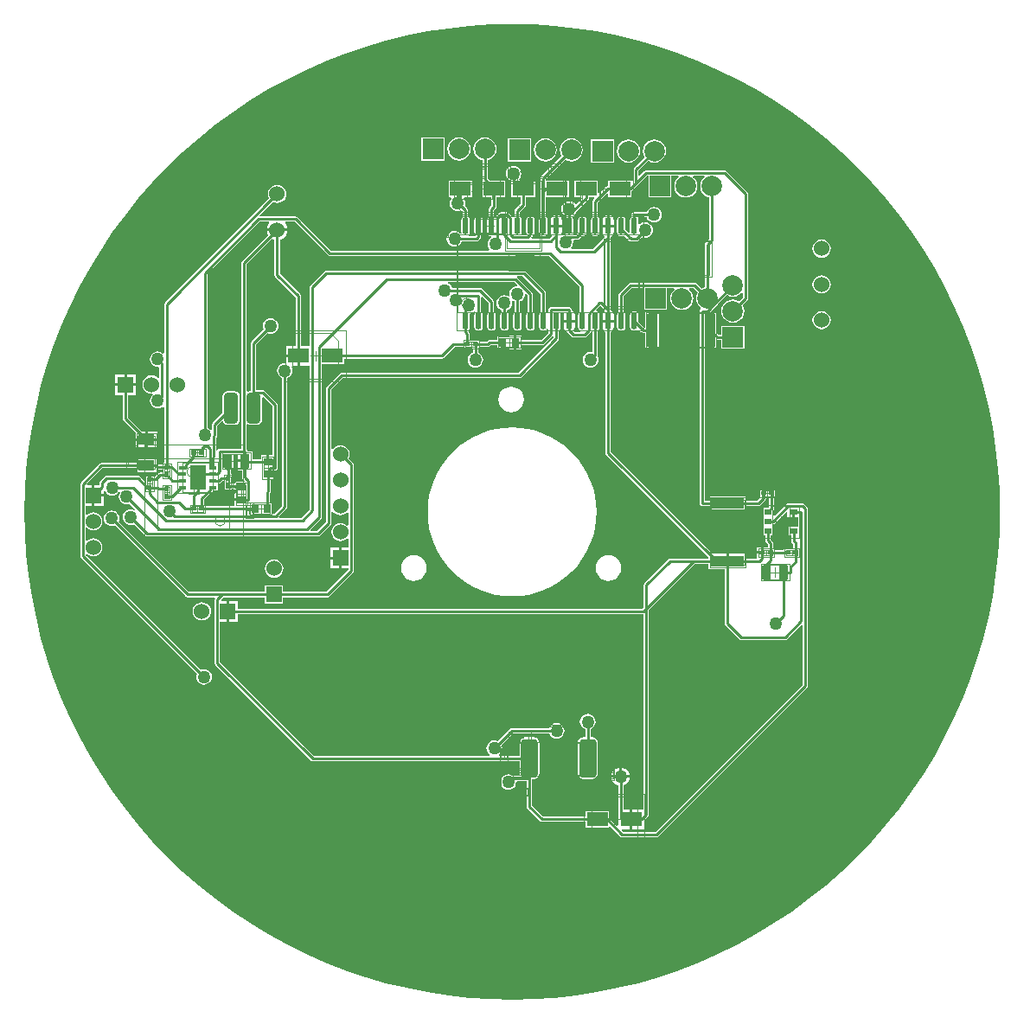
<source format=gtl>
G04 Layer_Physical_Order=1*
G04 Layer_Color=255*
%FSLAX43Y43*%
%MOMM*%
G71*
G01*
G75*
%ADD10R,1.650X2.400*%
%ADD11R,0.800X0.300*%
%ADD12R,0.450X0.500*%
%ADD13R,0.500X0.450*%
%ADD14R,0.700X0.850*%
%ADD15R,1.650X1.050*%
%ADD16R,0.540X0.520*%
%ADD17R,0.850X0.750*%
%ADD18R,0.900X1.350*%
G04:AMPARAMS|DCode=19|XSize=1.7mm|YSize=3.8mm|CornerRadius=0.425mm|HoleSize=0mm|Usage=FLASHONLY|Rotation=180.000|XOffset=0mm|YOffset=0mm|HoleType=Round|Shape=RoundedRectangle|*
%AMROUNDEDRECTD19*
21,1,1.700,2.950,0,0,180.0*
21,1,0.850,3.800,0,0,180.0*
1,1,0.850,-0.425,1.475*
1,1,0.850,0.425,1.475*
1,1,0.850,0.425,-1.475*
1,1,0.850,-0.425,-1.475*
%
%ADD19ROUNDEDRECTD19*%
%ADD20R,2.050X1.400*%
%ADD21R,0.750X0.850*%
%ADD22R,3.200X1.050*%
%ADD23R,1.050X3.200*%
G04:AMPARAMS|DCode=24|XSize=1.4mm|YSize=3mm|CornerRadius=0.35mm|HoleSize=0mm|Usage=FLASHONLY|Rotation=0.000|XOffset=0mm|YOffset=0mm|HoleType=Round|Shape=RoundedRectangle|*
%AMROUNDEDRECTD24*
21,1,1.400,2.300,0,0,0.0*
21,1,0.700,3.000,0,0,0.0*
1,1,0.700,0.350,-1.150*
1,1,0.700,-0.350,-1.150*
1,1,0.700,-0.350,1.150*
1,1,0.700,0.350,1.150*
%
%ADD24ROUNDEDRECTD24*%
%ADD25R,0.800X0.600*%
%ADD26O,0.550X1.700*%
%ADD27C,0.254*%
%ADD28C,0.100*%
%ADD29C,0.050*%
%ADD30C,1.524*%
%ADD31R,1.524X1.524*%
%ADD32R,1.524X1.524*%
%ADD33C,2.000*%
%ADD34R,2.000X2.000*%
%ADD35R,2.000X2.000*%
%ADD36C,1.270*%
G36*
X110483Y164028D02*
X112561Y163892D01*
X114632Y163665D01*
X116691Y163348D01*
X118734Y162942D01*
X120758Y162447D01*
X122758Y161864D01*
X124730Y161194D01*
X126672Y160439D01*
X128579Y159600D01*
X130447Y158679D01*
X132273Y157677D01*
X134054Y156596D01*
X135786Y155439D01*
X137466Y154207D01*
X139091Y152903D01*
X140657Y151530D01*
X142162Y150089D01*
X143603Y148584D01*
X144976Y147018D01*
X146280Y145393D01*
X147512Y143713D01*
X148669Y141981D01*
X149750Y140200D01*
X150752Y138374D01*
X151673Y136506D01*
X152512Y134599D01*
X153267Y132657D01*
X153937Y130685D01*
X154520Y128685D01*
X155015Y126661D01*
X155421Y124618D01*
X155738Y122559D01*
X155965Y120488D01*
X156101Y118410D01*
X156147Y116327D01*
X156101Y114244D01*
X155965Y112166D01*
X155738Y110095D01*
X155421Y108036D01*
X155015Y105993D01*
X154520Y103969D01*
X153937Y101969D01*
X153267Y99997D01*
X152512Y98055D01*
X151673Y96148D01*
X150752Y94280D01*
X149750Y92454D01*
X148669Y90673D01*
X147512Y88941D01*
X146280Y87261D01*
X144976Y85636D01*
X143603Y84070D01*
X142162Y82565D01*
X140657Y81124D01*
X139091Y79751D01*
X137466Y78447D01*
X135786Y77215D01*
X134054Y76058D01*
X132273Y74977D01*
X130447Y73975D01*
X128579Y73054D01*
X126672Y72215D01*
X124730Y71460D01*
X122758Y70790D01*
X120758Y70207D01*
X118734Y69712D01*
X116691Y69306D01*
X114632Y68989D01*
X112561Y68762D01*
X110483Y68626D01*
X108400Y68580D01*
X106317Y68626D01*
X104239Y68762D01*
X102168Y68989D01*
X100109Y69306D01*
X98066Y69712D01*
X96042Y70207D01*
X94042Y70790D01*
X92070Y71460D01*
X90128Y72215D01*
X88221Y73054D01*
X86353Y73975D01*
X84527Y74977D01*
X82746Y76058D01*
X81014Y77215D01*
X79334Y78447D01*
X77709Y79751D01*
X76143Y81124D01*
X74638Y82565D01*
X73197Y84070D01*
X71824Y85636D01*
X70520Y87261D01*
X69288Y88941D01*
X68131Y90673D01*
X67050Y92454D01*
X66048Y94280D01*
X65127Y96148D01*
X64288Y98055D01*
X63533Y99997D01*
X62863Y101969D01*
X62280Y103969D01*
X61785Y105993D01*
X61379Y108036D01*
X61062Y110095D01*
X60835Y112166D01*
X60699Y114244D01*
X60653Y116327D01*
X60699Y118410D01*
X60835Y120488D01*
X61062Y122559D01*
X61379Y124618D01*
X61785Y126661D01*
X62280Y128685D01*
X62863Y130685D01*
X63533Y132657D01*
X64288Y134599D01*
X65127Y136506D01*
X66048Y138374D01*
X67050Y140200D01*
X68131Y141981D01*
X69288Y143713D01*
X70520Y145393D01*
X71824Y147018D01*
X73197Y148584D01*
X74638Y150089D01*
X76143Y151530D01*
X77709Y152903D01*
X79334Y154207D01*
X81014Y155439D01*
X82746Y156596D01*
X84527Y157677D01*
X86353Y158679D01*
X88221Y159600D01*
X90128Y160439D01*
X92070Y161194D01*
X94042Y161864D01*
X96042Y162447D01*
X98066Y162942D01*
X100109Y163348D01*
X102168Y163665D01*
X104239Y163892D01*
X106317Y164028D01*
X108400Y164074D01*
X110483Y164028D01*
D02*
G37*
%LPC*%
G36*
X70433Y129816D02*
X69544D01*
Y128927D01*
X70433D01*
Y129816D01*
D02*
G37*
G36*
X73679Y124181D02*
X72727D01*
Y123529D01*
X73679D01*
Y124181D01*
D02*
G37*
G36*
X71576Y128673D02*
X70560D01*
X69544D01*
Y127784D01*
X70303D01*
Y125442D01*
X70323Y125344D01*
X70378Y125260D01*
X71521Y124118D01*
Y123529D01*
X72473D01*
Y124181D01*
X72184D01*
X70817Y125548D01*
Y127784D01*
X71576D01*
Y128673D01*
D02*
G37*
G36*
Y129816D02*
X70687D01*
Y128927D01*
X71576D01*
Y129816D01*
D02*
G37*
G36*
X138700Y142995D02*
X138468Y142964D01*
X138253Y142875D01*
X138067Y142733D01*
X137925Y142547D01*
X137836Y142332D01*
X137805Y142100D01*
X137836Y141868D01*
X137925Y141653D01*
X138067Y141467D01*
X138253Y141325D01*
X138468Y141236D01*
X138700Y141205D01*
X138932Y141236D01*
X139147Y141325D01*
X139333Y141467D01*
X139475Y141653D01*
X139564Y141868D01*
X139595Y142100D01*
X139564Y142332D01*
X139475Y142547D01*
X139333Y142733D01*
X139147Y142875D01*
X138932Y142964D01*
X138700Y142995D01*
D02*
G37*
G36*
Y139495D02*
X138468Y139464D01*
X138253Y139375D01*
X138067Y139233D01*
X137925Y139047D01*
X137836Y138832D01*
X137805Y138600D01*
X137836Y138368D01*
X137925Y138153D01*
X138067Y137967D01*
X138253Y137825D01*
X138468Y137736D01*
X138700Y137705D01*
X138932Y137736D01*
X139147Y137825D01*
X139333Y137967D01*
X139475Y138153D01*
X139564Y138368D01*
X139595Y138600D01*
X139564Y138832D01*
X139475Y139047D01*
X139333Y139233D01*
X139147Y139375D01*
X138932Y139464D01*
X138700Y139495D01*
D02*
G37*
G36*
Y135995D02*
X138468Y135964D01*
X138253Y135875D01*
X138067Y135733D01*
X137925Y135547D01*
X137836Y135332D01*
X137805Y135100D01*
X137836Y134869D01*
X137925Y134653D01*
X138067Y134467D01*
X138253Y134325D01*
X138468Y134236D01*
X138700Y134205D01*
X138932Y134236D01*
X139147Y134325D01*
X139333Y134467D01*
X139475Y134653D01*
X139564Y134869D01*
X139595Y135100D01*
X139564Y135332D01*
X139475Y135547D01*
X139333Y135733D01*
X139147Y135875D01*
X138932Y135964D01*
X138700Y135995D01*
D02*
G37*
G36*
X91473Y111693D02*
X90584D01*
Y110804D01*
X91473D01*
Y111693D01*
D02*
G37*
G36*
X85100Y111665D02*
X84868Y111634D01*
X84653Y111545D01*
X84467Y111403D01*
X84325Y111217D01*
X84236Y111002D01*
X84205Y110770D01*
X84236Y110539D01*
X84325Y110323D01*
X84467Y110137D01*
X84653Y109995D01*
X84868Y109906D01*
X85100Y109875D01*
X85332Y109906D01*
X85547Y109995D01*
X85733Y110137D01*
X85875Y110323D01*
X85964Y110539D01*
X85995Y110770D01*
X85964Y111002D01*
X85875Y111217D01*
X85733Y111403D01*
X85547Y111545D01*
X85332Y111634D01*
X85100Y111665D01*
D02*
G37*
G36*
X78030Y107495D02*
X77798Y107464D01*
X77583Y107375D01*
X77397Y107233D01*
X77255Y107047D01*
X77166Y106832D01*
X77135Y106600D01*
X77166Y106368D01*
X77255Y106153D01*
X77397Y105967D01*
X77583Y105825D01*
X77798Y105736D01*
X78030Y105705D01*
X78262Y105736D01*
X78477Y105825D01*
X78663Y105967D01*
X78805Y106153D01*
X78894Y106368D01*
X78925Y106600D01*
X78894Y106832D01*
X78805Y107047D01*
X78663Y107233D01*
X78477Y107375D01*
X78262Y107464D01*
X78030Y107495D01*
D02*
G37*
G36*
X91473Y112836D02*
X90584D01*
Y111947D01*
X91473D01*
Y112836D01*
D02*
G37*
G36*
X73679Y123275D02*
X72727D01*
Y122623D01*
X73679D01*
Y123275D01*
D02*
G37*
G36*
X72473D02*
X71521D01*
Y122623D01*
X72473D01*
Y123275D01*
D02*
G37*
G36*
X68416Y117813D02*
X67527D01*
Y116924D01*
X68416D01*
Y117813D01*
D02*
G37*
G36*
X112850Y145393D02*
Y144431D01*
X113262D01*
Y144879D01*
X113221Y145085D01*
X113104Y145260D01*
X112929Y145377D01*
X112850Y145393D01*
D02*
G37*
G36*
X112596D02*
X112517Y145377D01*
X112342Y145260D01*
X112225Y145085D01*
X112184Y144879D01*
Y144431D01*
X112596D01*
Y145393D01*
D02*
G37*
G36*
X118373Y152779D02*
X116123D01*
Y150529D01*
X118373D01*
Y152779D01*
D02*
G37*
G36*
X105728Y152989D02*
X105434Y152950D01*
X105161Y152837D01*
X104926Y152656D01*
X104745Y152421D01*
X104632Y152148D01*
X104593Y151854D01*
X104632Y151560D01*
X104745Y151287D01*
X104926Y151052D01*
X105161Y150871D01*
X105434Y150758D01*
X105471Y150753D01*
Y148864D01*
X105488Y148779D01*
Y147129D01*
X106381D01*
Y146345D01*
X106191Y146155D01*
X106136Y146072D01*
X106116Y145974D01*
Y145188D01*
X106085Y145167D01*
X105996Y145035D01*
X105965Y144879D01*
Y143729D01*
X105996Y143573D01*
X106085Y143441D01*
X106217Y143352D01*
X106332Y143329D01*
X106357Y143255D01*
X106360Y143199D01*
X106214Y143087D01*
X106092Y142928D01*
X106016Y142743D01*
X105990Y142545D01*
X106016Y142346D01*
X106092Y142162D01*
X106184Y142042D01*
X106132Y141915D01*
X90655D01*
X87405Y145165D01*
X87322Y145221D01*
X87224Y145240D01*
X83733D01*
X83680Y145367D01*
X84978Y146665D01*
X85168Y146586D01*
X85400Y146555D01*
X85632Y146586D01*
X85847Y146675D01*
X86033Y146817D01*
X86175Y147003D01*
X86264Y147218D01*
X86295Y147450D01*
X86264Y147682D01*
X86175Y147897D01*
X86033Y148083D01*
X85847Y148225D01*
X85632Y148314D01*
X85400Y148345D01*
X85168Y148314D01*
X84953Y148225D01*
X84767Y148083D01*
X84625Y147897D01*
X84536Y147682D01*
X84505Y147450D01*
X84536Y147218D01*
X84615Y147028D01*
X74418Y136832D01*
X74363Y136748D01*
X74343Y136650D01*
Y131888D01*
X74216Y131837D01*
X74094Y131931D01*
X73909Y132008D01*
X73711Y132034D01*
X73512Y132008D01*
X73328Y131931D01*
X73169Y131809D01*
X73047Y131650D01*
X72970Y131466D01*
X72944Y131267D01*
X72970Y131069D01*
X73047Y130884D01*
X73169Y130725D01*
X73328Y130603D01*
X73512Y130527D01*
X73711Y130501D01*
X73765Y130508D01*
X73860Y130424D01*
Y129464D01*
X73740Y129423D01*
X73733Y129433D01*
X73547Y129575D01*
X73332Y129664D01*
X73100Y129695D01*
X72868Y129664D01*
X72653Y129575D01*
X72467Y129433D01*
X72325Y129247D01*
X72236Y129032D01*
X72205Y128800D01*
X72236Y128568D01*
X72325Y128353D01*
X72467Y128167D01*
X72653Y128025D01*
X72868Y127936D01*
X73100Y127905D01*
X73183Y127916D01*
X73233Y127795D01*
X73169Y127745D01*
X73047Y127586D01*
X72970Y127402D01*
X72944Y127203D01*
X72970Y127005D01*
X73047Y126820D01*
X73169Y126661D01*
X73328Y126539D01*
X73512Y126463D01*
X73711Y126437D01*
X73909Y126463D01*
X74094Y126539D01*
X74216Y126633D01*
X74343Y126583D01*
Y121102D01*
X74250D01*
Y120984D01*
X73764D01*
X73715Y121034D01*
X73631Y121089D01*
X73550Y121106D01*
Y121502D01*
X71650D01*
Y121109D01*
X68172D01*
X68074Y121089D01*
X67991Y121034D01*
X66189Y119231D01*
X66133Y119148D01*
X66113Y119050D01*
Y112039D01*
X66133Y111941D01*
X66189Y111858D01*
X77544Y100502D01*
X77492Y100376D01*
X77465Y100178D01*
X77492Y99979D01*
X77568Y99794D01*
X77690Y99636D01*
X77849Y99514D01*
X78034Y99437D01*
X78232Y99411D01*
X78430Y99437D01*
X78615Y99514D01*
X78774Y99636D01*
X78896Y99794D01*
X78972Y99979D01*
X78999Y100178D01*
X78972Y100376D01*
X78896Y100561D01*
X78774Y100720D01*
X78615Y100841D01*
X78430Y100918D01*
X78232Y100944D01*
X78034Y100918D01*
X77907Y100866D01*
X66677Y112096D01*
X66685Y112135D01*
X66825Y112183D01*
X66953Y112085D01*
X67168Y111996D01*
X67400Y111965D01*
X67632Y111996D01*
X67847Y112085D01*
X68033Y112227D01*
X68175Y112413D01*
X68264Y112628D01*
X68295Y112860D01*
X68264Y113092D01*
X68175Y113307D01*
X68033Y113493D01*
X67847Y113635D01*
X67632Y113724D01*
X67400Y113755D01*
X67168Y113724D01*
X66953Y113635D01*
X66767Y113493D01*
X66747Y113467D01*
X66627Y113507D01*
Y114753D01*
X66747Y114793D01*
X66767Y114767D01*
X66953Y114625D01*
X67168Y114536D01*
X67400Y114505D01*
X67632Y114536D01*
X67847Y114625D01*
X68033Y114767D01*
X68175Y114953D01*
X68264Y115168D01*
X68295Y115400D01*
X68264Y115632D01*
X68175Y115847D01*
X68033Y116033D01*
X67847Y116175D01*
X67632Y116264D01*
X67400Y116295D01*
X67168Y116264D01*
X66953Y116175D01*
X66767Y116033D01*
X66747Y116007D01*
X66627Y116047D01*
Y116924D01*
X67273D01*
Y117940D01*
Y118956D01*
X66806D01*
X66757Y119073D01*
X68279Y120595D01*
X71650D01*
Y120202D01*
X73550D01*
Y120362D01*
X73658Y120470D01*
X73658Y120470D01*
X74228D01*
X74250Y120352D01*
Y120311D01*
X74228Y120184D01*
X73933D01*
X73835Y120164D01*
X73751Y120109D01*
X73427Y119784D01*
X73250D01*
Y119902D01*
X72550D01*
Y119368D01*
X72423Y119316D01*
X71965Y119773D01*
X71882Y119829D01*
X71784Y119848D01*
X68682D01*
X68583Y119829D01*
X68500Y119773D01*
X68072Y119345D01*
X68016Y119262D01*
X67997Y119163D01*
Y118956D01*
X67527D01*
Y118067D01*
X68416D01*
Y118367D01*
X68543Y118392D01*
X68577Y118311D01*
X68698Y118152D01*
X68857Y118030D01*
X69042Y117954D01*
X69240Y117928D01*
X69439Y117954D01*
X69624Y118030D01*
X69782Y118152D01*
X69904Y118311D01*
X69930Y118374D01*
X69981Y118374D01*
X70043Y118246D01*
X69999Y118188D01*
X69922Y118004D01*
X69896Y117805D01*
X69922Y117607D01*
X69999Y117422D01*
X70121Y117263D01*
X70280Y117141D01*
X70464Y117065D01*
X70663Y117039D01*
X70861Y117065D01*
X70988Y117117D01*
X71498Y116606D01*
X71426Y116499D01*
X71268Y116564D01*
X71069Y116591D01*
X70871Y116564D01*
X70686Y116488D01*
X70527Y116366D01*
X70405Y116207D01*
X70329Y116022D01*
X70303Y115824D01*
X70329Y115626D01*
X70405Y115441D01*
X70527Y115282D01*
X70686Y115160D01*
X70871Y115084D01*
X71069Y115057D01*
X71268Y115084D01*
X71394Y115136D01*
X72513Y114017D01*
X72596Y113961D01*
X72695Y113941D01*
X72695Y113941D01*
X89408D01*
X89506Y113961D01*
X89590Y114017D01*
X90631Y115058D01*
X90631Y115058D01*
X90687Y115141D01*
X90706Y115240D01*
X90706Y115240D01*
Y116355D01*
X90730Y116374D01*
X90903Y116352D01*
X90967Y116267D01*
X91153Y116125D01*
X91368Y116036D01*
X91600Y116005D01*
X91832Y116036D01*
X92047Y116125D01*
X92233Y116267D01*
X92250Y116290D01*
X92377Y116247D01*
Y115013D01*
X92250Y114970D01*
X92233Y114993D01*
X92047Y115135D01*
X91832Y115224D01*
X91600Y115255D01*
X91368Y115224D01*
X91153Y115135D01*
X90967Y114993D01*
X90825Y114807D01*
X90736Y114592D01*
X90705Y114360D01*
X90736Y114128D01*
X90825Y113913D01*
X90967Y113727D01*
X91153Y113585D01*
X91368Y113496D01*
X91600Y113465D01*
X91832Y113496D01*
X92047Y113585D01*
X92233Y113727D01*
X92250Y113750D01*
X92377Y113707D01*
Y112836D01*
X91727D01*
Y111820D01*
Y110804D01*
X92377D01*
Y110647D01*
X90217Y108487D01*
X85987D01*
Y109117D01*
X84213D01*
Y108487D01*
X76763D01*
X69878Y115371D01*
X69931Y115498D01*
X69957Y115696D01*
X69931Y115895D01*
X69854Y116080D01*
X69732Y116238D01*
X69574Y116360D01*
X69389Y116437D01*
X69190Y116463D01*
X68992Y116437D01*
X68807Y116360D01*
X68648Y116238D01*
X68526Y116080D01*
X68450Y115895D01*
X68424Y115696D01*
X68450Y115498D01*
X68526Y115313D01*
X68648Y115154D01*
X68807Y115032D01*
X68992Y114956D01*
X69190Y114930D01*
X69389Y114956D01*
X69515Y115008D01*
X76475Y108048D01*
X76558Y107993D01*
X76657Y107973D01*
X79265D01*
X79333Y107846D01*
X79315Y107820D01*
X79296Y107722D01*
Y101524D01*
X79315Y101425D01*
X79371Y101342D01*
X88693Y92020D01*
X88776Y91965D01*
X88875Y91945D01*
X109114D01*
Y90752D01*
X109144Y90605D01*
X109056Y90478D01*
X108497D01*
X108481Y90475D01*
X108409Y90529D01*
X108225Y90606D01*
X108026Y90632D01*
X107828Y90606D01*
X107643Y90529D01*
X107484Y90407D01*
X107362Y90248D01*
X107286Y90064D01*
X107260Y89865D01*
X107286Y89667D01*
X107362Y89482D01*
X107484Y89323D01*
X107643Y89201D01*
X107828Y89125D01*
X108026Y89099D01*
X108225Y89125D01*
X108409Y89201D01*
X108568Y89323D01*
X108690Y89482D01*
X108767Y89667D01*
X108793Y89865D01*
X108792Y89868D01*
X108876Y89964D01*
X109843D01*
Y87481D01*
X109863Y87382D01*
X109918Y87299D01*
X111172Y86045D01*
X111255Y85990D01*
X111354Y85970D01*
X115600D01*
Y85402D01*
X117900D01*
Y85476D01*
X118017Y85524D01*
X118964Y84578D01*
X119047Y84522D01*
X119145Y84503D01*
X122555D01*
X122653Y84522D01*
X122737Y84578D01*
X137265Y99107D01*
X137321Y99190D01*
X137341Y99289D01*
X137341Y99289D01*
Y116637D01*
X137321Y116735D01*
X137265Y116818D01*
X137265Y116818D01*
X136986Y117098D01*
X136903Y117154D01*
X136804Y117173D01*
X135433D01*
X135334Y117154D01*
X135251Y117098D01*
X134090Y115937D01*
X133963Y115989D01*
Y116516D01*
X133970Y116522D01*
X134025Y116606D01*
X134045Y116704D01*
X134045Y116704D01*
Y117804D01*
X134163D01*
Y118504D01*
X133490D01*
X133413Y118504D01*
X133286Y118504D01*
X132613D01*
Y117804D01*
X132613D01*
X132623Y117677D01*
X132380Y117434D01*
X131225D01*
Y117827D01*
X127775D01*
Y117434D01*
X127257D01*
Y132402D01*
X128450D01*
Y133129D01*
X128500Y133170D01*
X128875D01*
Y132302D01*
X131125D01*
Y134552D01*
X128875D01*
Y133684D01*
X128606D01*
X128450Y133840D01*
Y135852D01*
X127874D01*
X127826Y135969D01*
X128096Y136240D01*
X128107Y136244D01*
X128342Y136425D01*
X128523Y136660D01*
X128527Y136671D01*
X129403Y137547D01*
X129433Y137524D01*
X129706Y137411D01*
X130000Y137372D01*
X130294Y137411D01*
X130567Y137524D01*
X130802Y137705D01*
X130883Y137810D01*
X131010Y137767D01*
Y137341D01*
X130597Y136927D01*
X130567Y136950D01*
X130294Y137063D01*
X130000Y137102D01*
X129706Y137063D01*
X129433Y136950D01*
X129198Y136769D01*
X129017Y136534D01*
X128904Y136261D01*
X128865Y135967D01*
X128904Y135673D01*
X129017Y135400D01*
X129198Y135165D01*
X129433Y134984D01*
X129706Y134871D01*
X130000Y134832D01*
X130294Y134871D01*
X130567Y134984D01*
X130802Y135165D01*
X130983Y135400D01*
X131096Y135673D01*
X131135Y135967D01*
X131096Y136261D01*
X130983Y136534D01*
X130960Y136564D01*
X131449Y137053D01*
X131505Y137136D01*
X131524Y137234D01*
Y147447D01*
X131505Y147545D01*
X131449Y147629D01*
X129391Y149686D01*
X129308Y149742D01*
X129210Y149761D01*
X121514D01*
X121415Y149742D01*
X121332Y149686D01*
X120872Y149226D01*
X120755Y149275D01*
Y149717D01*
X121731Y150694D01*
X121761Y150671D01*
X122034Y150558D01*
X122328Y150519D01*
X122622Y150558D01*
X122895Y150671D01*
X123130Y150852D01*
X123311Y151087D01*
X123424Y151360D01*
X123463Y151654D01*
X123424Y151948D01*
X123311Y152221D01*
X123130Y152456D01*
X122895Y152637D01*
X122622Y152750D01*
X122328Y152789D01*
X122034Y152750D01*
X121761Y152637D01*
X121526Y152456D01*
X121345Y152221D01*
X121232Y151948D01*
X121193Y151654D01*
X121232Y151360D01*
X121345Y151087D01*
X121368Y151057D01*
X120316Y150005D01*
X120260Y149922D01*
X120241Y149824D01*
Y148682D01*
X120215Y148665D01*
X120088Y148733D01*
Y148779D01*
X117788D01*
Y148329D01*
X117753Y148211D01*
X117655Y148191D01*
X117572Y148136D01*
X116905Y147469D01*
X116788Y147518D01*
Y148779D01*
X114488D01*
Y147129D01*
X115178D01*
X115226Y147012D01*
X114688Y146473D01*
X114561Y146482D01*
X114535Y146516D01*
X114376Y146638D01*
X114191Y146714D01*
X113993Y146740D01*
X113795Y146714D01*
X113610Y146638D01*
X113451Y146516D01*
X113329Y146357D01*
X113253Y146172D01*
X113226Y145974D01*
X113253Y145775D01*
X113329Y145591D01*
X113451Y145432D01*
X113610Y145310D01*
X113659Y145290D01*
X113674Y145250D01*
X113687Y145141D01*
X113616Y145035D01*
X113585Y144879D01*
Y143729D01*
X113614Y143585D01*
X113607Y143559D01*
X113543Y143454D01*
X113416Y143438D01*
X113280Y143381D01*
X113195Y143484D01*
X113221Y143523D01*
X113262Y143729D01*
Y144177D01*
X112723D01*
X112184D01*
Y143729D01*
X112225Y143523D01*
X112336Y143356D01*
X112060Y143080D01*
X110338D01*
X110290Y143197D01*
X110365Y143272D01*
X110420Y143355D01*
X110432Y143414D01*
X110471Y143441D01*
X110560Y143573D01*
X110591Y143729D01*
Y144879D01*
X110560Y145035D01*
X110471Y145167D01*
X110339Y145256D01*
X110183Y145287D01*
X110027Y145256D01*
X109895Y145167D01*
X109806Y145035D01*
X109775Y144879D01*
Y143729D01*
X109804Y143586D01*
X109799Y143562D01*
X109730Y143459D01*
X109348D01*
X109300Y143550D01*
X109292Y143586D01*
X109321Y143729D01*
Y144879D01*
X109290Y145035D01*
X109201Y145167D01*
X109170Y145188D01*
Y145715D01*
X109670Y146215D01*
X109725Y146298D01*
X109745Y146396D01*
X109745Y146396D01*
Y147129D01*
X110638D01*
Y148779D01*
X109112D01*
X109069Y148906D01*
X109076Y148912D01*
X109198Y149070D01*
X109275Y149255D01*
X109301Y149454D01*
X109275Y149652D01*
X109198Y149837D01*
X109076Y149996D01*
X108917Y150117D01*
X108733Y150194D01*
X108534Y150220D01*
X108336Y150194D01*
X108151Y150117D01*
X107992Y149996D01*
X107870Y149837D01*
X107794Y149652D01*
X107768Y149454D01*
X107794Y149255D01*
X107870Y149070D01*
X107992Y148912D01*
X108151Y148790D01*
X108277Y148737D01*
Y147954D01*
X108297Y147856D01*
X108338Y147794D01*
Y147129D01*
X109231D01*
Y146503D01*
X108731Y146003D01*
X108676Y145920D01*
X108656Y145821D01*
Y145254D01*
X108597Y145204D01*
X108557Y145205D01*
X108450Y145234D01*
X108411Y145292D01*
X108081Y145622D01*
X107998Y145678D01*
X107899Y145697D01*
X107290D01*
X107191Y145678D01*
X107108Y145622D01*
X106757Y145271D01*
X106737Y145272D01*
X106630Y145312D01*
Y145867D01*
X106820Y146057D01*
X106875Y146141D01*
X106895Y146239D01*
Y147129D01*
X107788D01*
Y148779D01*
X106176D01*
X105985Y148971D01*
Y150753D01*
X106022Y150758D01*
X106295Y150871D01*
X106530Y151052D01*
X106711Y151287D01*
X106824Y151560D01*
X106863Y151854D01*
X106824Y152148D01*
X106711Y152421D01*
X106530Y152656D01*
X106295Y152837D01*
X106022Y152950D01*
X105728Y152989D01*
D02*
G37*
G36*
X119788Y152789D02*
X119494Y152750D01*
X119221Y152637D01*
X118986Y152456D01*
X118805Y152221D01*
X118692Y151948D01*
X118653Y151654D01*
X118692Y151360D01*
X118805Y151087D01*
X118986Y150852D01*
X119221Y150671D01*
X119494Y150558D01*
X119788Y150519D01*
X120082Y150558D01*
X120355Y150671D01*
X120590Y150852D01*
X120771Y151087D01*
X120884Y151360D01*
X120923Y151654D01*
X120884Y151948D01*
X120771Y152221D01*
X120590Y152456D01*
X120355Y152637D01*
X120082Y152750D01*
X119788Y152789D01*
D02*
G37*
G36*
X111648Y152889D02*
X111354Y152850D01*
X111081Y152737D01*
X110846Y152556D01*
X110665Y152321D01*
X110552Y152048D01*
X110513Y151754D01*
X110552Y151460D01*
X110665Y151187D01*
X110846Y150952D01*
X111081Y150771D01*
X111354Y150658D01*
X111648Y150619D01*
X111942Y150658D01*
X112215Y150771D01*
X112450Y150952D01*
X112631Y151187D01*
X112744Y151460D01*
X112783Y151754D01*
X112744Y152048D01*
X112631Y152321D01*
X112450Y152556D01*
X112215Y152737D01*
X111942Y152850D01*
X111648Y152889D01*
D02*
G37*
G36*
X103188Y152989D02*
X102894Y152950D01*
X102621Y152837D01*
X102386Y152656D01*
X102205Y152421D01*
X102092Y152148D01*
X102053Y151854D01*
X102092Y151560D01*
X102205Y151287D01*
X102386Y151052D01*
X102621Y150871D01*
X102894Y150758D01*
X103188Y150719D01*
X103482Y150758D01*
X103755Y150871D01*
X103990Y151052D01*
X104171Y151287D01*
X104284Y151560D01*
X104323Y151854D01*
X104284Y152148D01*
X104171Y152421D01*
X103990Y152656D01*
X103755Y152837D01*
X103482Y152950D01*
X103188Y152989D01*
D02*
G37*
G36*
X101773Y152979D02*
X99523D01*
Y150729D01*
X101773D01*
Y152979D01*
D02*
G37*
G36*
X104488Y148779D02*
X102188D01*
Y147129D01*
X102413D01*
X102475Y147002D01*
X102409Y146916D01*
X102333Y146731D01*
X102307Y146533D01*
X102333Y146334D01*
X102409Y146149D01*
X102531Y145991D01*
X102690Y145869D01*
X102875Y145792D01*
X103073Y145766D01*
X103272Y145792D01*
X103456Y145869D01*
X103466Y145876D01*
X103576Y145766D01*
Y145188D01*
X103545Y145167D01*
X103456Y145035D01*
X103425Y144879D01*
Y143729D01*
X103449Y143609D01*
X103330Y143555D01*
X103300Y143595D01*
X103141Y143717D01*
X102956Y143793D01*
X102758Y143819D01*
X102559Y143793D01*
X102374Y143717D01*
X102216Y143595D01*
X102094Y143436D01*
X102017Y143251D01*
X101991Y143053D01*
X102017Y142854D01*
X102094Y142670D01*
X102216Y142511D01*
X102374Y142389D01*
X102559Y142312D01*
X102758Y142286D01*
X102956Y142312D01*
X103141Y142389D01*
X103300Y142511D01*
X103421Y142670D01*
X103474Y142796D01*
X104900D01*
X104998Y142815D01*
X105081Y142871D01*
X105285Y143074D01*
X105340Y143158D01*
X105360Y143256D01*
Y143420D01*
X105391Y143441D01*
X105480Y143573D01*
X105511Y143729D01*
Y144879D01*
X105480Y145035D01*
X105391Y145167D01*
X105259Y145256D01*
X105103Y145287D01*
X104947Y145256D01*
X104815Y145167D01*
X104726Y145035D01*
X104695Y144879D01*
Y143729D01*
X104726Y143573D01*
X104815Y143441D01*
X104794Y143310D01*
X104793Y143310D01*
X104154D01*
X104116Y143437D01*
X104121Y143441D01*
X104210Y143573D01*
X104241Y143729D01*
Y144879D01*
X104210Y145035D01*
X104121Y145167D01*
X104090Y145188D01*
Y145872D01*
X104070Y145971D01*
X104015Y146054D01*
X103790Y146278D01*
X103814Y146334D01*
X103840Y146533D01*
X103814Y146731D01*
X103737Y146916D01*
X103671Y147002D01*
X103734Y147129D01*
X104488D01*
Y148779D01*
D02*
G37*
G36*
X110233Y152879D02*
X107983D01*
Y150629D01*
X110233D01*
Y152879D01*
D02*
G37*
G36*
X114188Y152889D02*
X113894Y152850D01*
X113621Y152737D01*
X113386Y152556D01*
X113205Y152321D01*
X113092Y152048D01*
X113053Y151754D01*
X113092Y151460D01*
X113205Y151187D01*
X113228Y151157D01*
X111271Y149201D01*
X111216Y149117D01*
X111196Y149019D01*
Y147726D01*
Y145188D01*
X111165Y145167D01*
X111076Y145035D01*
X111045Y144879D01*
Y143729D01*
X111076Y143573D01*
X111165Y143441D01*
X111297Y143352D01*
X111453Y143321D01*
X111609Y143352D01*
X111741Y143441D01*
X111830Y143573D01*
X111861Y143729D01*
Y144879D01*
X111830Y145035D01*
X111741Y145167D01*
X111710Y145188D01*
Y147129D01*
X113938D01*
Y148779D01*
X111710D01*
Y148913D01*
X113591Y150794D01*
X113621Y150771D01*
X113894Y150658D01*
X114188Y150619D01*
X114482Y150658D01*
X114755Y150771D01*
X114990Y150952D01*
X115171Y151187D01*
X115284Y151460D01*
X115323Y151754D01*
X115284Y152048D01*
X115171Y152321D01*
X114990Y152556D01*
X114755Y152737D01*
X114482Y152850D01*
X114188Y152889D01*
D02*
G37*
%LPD*%
G36*
X81546Y121454D02*
X82250D01*
Y121200D01*
X81546D01*
Y120398D01*
X81993D01*
Y119731D01*
X82013Y119632D01*
X82068Y119549D01*
X82238Y119379D01*
X82186Y119252D01*
X81350D01*
Y119174D01*
X81223Y119080D01*
X81204Y119084D01*
X80972D01*
X80950Y119202D01*
Y119252D01*
X80950D01*
Y120002D01*
X80857D01*
Y120447D01*
X80923Y120527D01*
X81125D01*
Y122019D01*
X81546D01*
Y121454D01*
D02*
G37*
G36*
X136115Y115800D02*
X136446D01*
Y114879D01*
X135463D01*
Y114029D01*
X135731D01*
Y113484D01*
X135751Y113386D01*
X135806Y113302D01*
X135931Y113178D01*
Y112726D01*
X135813Y112704D01*
X135763D01*
Y112704D01*
X135013D01*
Y112611D01*
X134063D01*
Y112704D01*
X133945D01*
Y113259D01*
X133925Y113357D01*
X133870Y113440D01*
X133695Y113615D01*
Y114029D01*
X133963D01*
Y114879D01*
X133963D01*
Y114979D01*
X133963D01*
Y115155D01*
X134019Y115167D01*
X134102Y115222D01*
X135217Y116337D01*
X135334Y116288D01*
Y115800D01*
X135861D01*
Y116354D01*
X136115D01*
Y115800D01*
D02*
G37*
G36*
X80250Y119252D02*
Y119202D01*
X80250D01*
Y118452D01*
X80950D01*
Y118570D01*
X81097D01*
X81181Y118515D01*
X81279Y118495D01*
X81350D01*
Y118252D01*
X81350D01*
X81335Y118131D01*
X81221D01*
Y117629D01*
X81900D01*
Y117375D01*
X81221D01*
Y116884D01*
X80594D01*
X80594Y116884D01*
X78375D01*
Y116977D01*
X78257D01*
Y117543D01*
X78998Y118284D01*
X79054Y118367D01*
X79070Y118450D01*
X79582D01*
Y119000D01*
X79582Y119000D01*
X79604Y119118D01*
X79680D01*
X79778Y119138D01*
X79861Y119193D01*
X80038Y119370D01*
X80228D01*
X80250Y119252D01*
D02*
G37*
G36*
X84888Y143063D02*
X85135Y142960D01*
X85143Y142959D01*
Y139553D01*
X85163Y139455D01*
X85218Y139371D01*
X87243Y137347D01*
Y132554D01*
X86221D01*
Y131727D01*
X87500D01*
Y131600D01*
X87627D01*
Y130646D01*
X88592D01*
Y116591D01*
X87752Y115751D01*
X85597D01*
X85548Y115868D01*
X86338Y116658D01*
X86394Y116742D01*
X86414Y116840D01*
Y129433D01*
X86540Y129486D01*
X86699Y129608D01*
X86821Y129766D01*
X86897Y129951D01*
X86923Y130150D01*
X86897Y130348D01*
X86826Y130519D01*
X86864Y130621D01*
X86876Y130646D01*
X87373D01*
Y131473D01*
X86221D01*
Y130972D01*
X86157Y130916D01*
X85958Y130890D01*
X85774Y130813D01*
X85615Y130692D01*
X85493Y130533D01*
X85416Y130348D01*
X85390Y130150D01*
X85416Y129951D01*
X85493Y129766D01*
X85615Y129608D01*
X85774Y129486D01*
X85900Y129433D01*
Y116946D01*
X85136Y116183D01*
X84875D01*
Y117177D01*
X84657D01*
Y118156D01*
X84682Y118181D01*
X84682Y118181D01*
X84737Y118264D01*
X84757Y118362D01*
Y119502D01*
X85050D01*
Y120368D01*
X85192D01*
X85290Y120387D01*
X85373Y120443D01*
X85429Y120526D01*
X85449Y120625D01*
Y126797D01*
X85449Y126797D01*
X85429Y126895D01*
X85373Y126978D01*
X85373Y126978D01*
X84154Y128198D01*
X84071Y128253D01*
X83972Y128273D01*
X83357D01*
Y132752D01*
X84435Y133830D01*
X84561Y133778D01*
X84760Y133752D01*
X84958Y133778D01*
X85143Y133855D01*
X85302Y133976D01*
X85424Y134135D01*
X85500Y134320D01*
X85526Y134518D01*
X85500Y134717D01*
X85424Y134902D01*
X85302Y135060D01*
X85143Y135182D01*
X84958Y135259D01*
X84760Y135285D01*
X84561Y135259D01*
X84377Y135182D01*
X84218Y135060D01*
X84096Y134902D01*
X84019Y134717D01*
X83993Y134518D01*
X84019Y134320D01*
X84072Y134194D01*
X82918Y133040D01*
X82863Y132957D01*
X82843Y132859D01*
Y128134D01*
X82750D01*
X82565Y128097D01*
X82528Y128073D01*
X82401Y128141D01*
Y140587D01*
X84881Y143068D01*
X84888Y143063D01*
D02*
G37*
G36*
X111196Y137691D02*
Y135888D01*
X111165Y135867D01*
X111076Y135735D01*
X111045Y135579D01*
Y134429D01*
X111076Y134273D01*
X111165Y134141D01*
X111297Y134052D01*
X111453Y134021D01*
X111609Y134052D01*
X111741Y134141D01*
X111808Y134240D01*
X111935Y134202D01*
Y133872D01*
X111247Y133184D01*
X109354D01*
Y133606D01*
X108852D01*
Y132927D01*
Y132248D01*
X109354D01*
Y132670D01*
X111354D01*
X111452Y132690D01*
X111535Y132745D01*
X112304Y133514D01*
X112432Y133467D01*
X112443Y133383D01*
X109010Y129949D01*
X91719D01*
X91621Y129930D01*
X91538Y129874D01*
X90268Y128604D01*
X90212Y128521D01*
X90192Y128422D01*
Y115346D01*
X89302Y114455D01*
X88696D01*
X88647Y114573D01*
X89691Y115617D01*
X89747Y115700D01*
X89767Y115799D01*
Y130775D01*
X91950D01*
Y131343D01*
X101526D01*
X101625Y131363D01*
X101708Y131418D01*
X102760Y132470D01*
X103625D01*
Y132377D01*
X104298D01*
X104375Y132377D01*
X104453D01*
X104543Y132287D01*
Y131933D01*
X104417Y131880D01*
X104258Y131758D01*
X104136Y131600D01*
X104060Y131415D01*
X104033Y131216D01*
X104060Y131018D01*
X104136Y130833D01*
X104258Y130674D01*
X104417Y130553D01*
X104602Y130476D01*
X104800Y130450D01*
X104998Y130476D01*
X105183Y130553D01*
X105342Y130674D01*
X105464Y130833D01*
X105540Y131018D01*
X105567Y131216D01*
X105540Y131415D01*
X105464Y131600D01*
X105342Y131758D01*
X105183Y131880D01*
X105057Y131933D01*
Y132377D01*
X105175D01*
Y132470D01*
X106020D01*
X106118Y132490D01*
X106201Y132545D01*
X106326Y132670D01*
X106975D01*
Y132377D01*
X107969D01*
X107975Y132377D01*
X108096Y132363D01*
Y132248D01*
X108598D01*
Y132927D01*
Y133606D01*
X108096D01*
Y133492D01*
X107975Y133477D01*
X107969Y133477D01*
X106975D01*
Y133184D01*
X106220D01*
X106121Y133164D01*
X106038Y133109D01*
X105913Y132984D01*
X105175D01*
Y133077D01*
X104502D01*
X104425Y133077D01*
X104347D01*
X104257Y133167D01*
Y133782D01*
X104237Y133880D01*
X104182Y133963D01*
X104136Y134009D01*
X104121Y134141D01*
X104210Y134273D01*
X104241Y134429D01*
Y135579D01*
X104225Y135660D01*
X104304Y135793D01*
X104316Y135800D01*
X104389Y135810D01*
X104574Y135887D01*
X104648Y135943D01*
X104719Y135938D01*
X104794Y135896D01*
X104803Y135849D01*
X104726Y135735D01*
X104695Y135579D01*
Y134429D01*
X104726Y134273D01*
X104815Y134141D01*
X104947Y134052D01*
X105103Y134021D01*
X105259Y134052D01*
X105391Y134141D01*
X105480Y134273D01*
X105511Y134429D01*
Y135579D01*
X105480Y135735D01*
X105391Y135867D01*
X105360Y135888D01*
Y137350D01*
X105487Y137403D01*
X106116Y136774D01*
Y135888D01*
X106085Y135867D01*
X105996Y135735D01*
X105965Y135579D01*
Y134429D01*
X105996Y134273D01*
X106085Y134141D01*
X106217Y134052D01*
X106373Y134021D01*
X106529Y134052D01*
X106661Y134141D01*
X106750Y134273D01*
X106781Y134429D01*
Y135579D01*
X106750Y135735D01*
X106661Y135867D01*
X106630Y135888D01*
Y136880D01*
X106610Y136978D01*
X106555Y137062D01*
X105411Y138205D01*
X105328Y138261D01*
X105229Y138281D01*
X102519D01*
X102467Y138407D01*
X102345Y138566D01*
X102186Y138687D01*
X102094Y138726D01*
X102119Y138853D01*
X108635D01*
X108938Y138550D01*
X108878Y138430D01*
X108717Y138408D01*
X108532Y138332D01*
X108373Y138210D01*
X108251Y138051D01*
X108175Y137866D01*
X108149Y137668D01*
X108172Y137493D01*
X108120Y137447D01*
X108058Y137420D01*
X108028Y137443D01*
X107844Y137519D01*
X107645Y137546D01*
X107447Y137519D01*
X107262Y137443D01*
X107103Y137321D01*
X106981Y137162D01*
X106905Y136977D01*
X106879Y136779D01*
X106905Y136581D01*
X106981Y136396D01*
X107103Y136237D01*
X107262Y136115D01*
X107386Y136064D01*
Y135888D01*
X107355Y135867D01*
X107266Y135735D01*
X107235Y135579D01*
Y134429D01*
X107266Y134273D01*
X107355Y134141D01*
X107487Y134052D01*
X107643Y134021D01*
X107799Y134052D01*
X107931Y134141D01*
X108020Y134273D01*
X108051Y134429D01*
Y135579D01*
X108020Y135735D01*
X107931Y135867D01*
X107900Y135888D01*
Y136062D01*
X108028Y136115D01*
X108187Y136237D01*
X108309Y136396D01*
X108386Y136581D01*
X108412Y136779D01*
X108389Y136954D01*
X108440Y137000D01*
X108503Y137027D01*
X108532Y137004D01*
X108656Y136953D01*
Y135888D01*
X108625Y135867D01*
X108536Y135735D01*
X108505Y135579D01*
Y134429D01*
X108536Y134273D01*
X108625Y134141D01*
X108757Y134052D01*
X108913Y134021D01*
X109069Y134052D01*
X109201Y134141D01*
X109290Y134273D01*
X109321Y134429D01*
Y135579D01*
X109290Y135735D01*
X109201Y135867D01*
X109170Y135888D01*
Y136951D01*
X109298Y137004D01*
X109457Y137126D01*
X109579Y137285D01*
X109656Y137470D01*
X109677Y137631D01*
X109797Y137690D01*
X109926Y137562D01*
Y135888D01*
X109895Y135867D01*
X109806Y135735D01*
X109775Y135579D01*
Y134429D01*
X109806Y134273D01*
X109895Y134141D01*
X110027Y134052D01*
X110183Y134021D01*
X110339Y134052D01*
X110471Y134141D01*
X110560Y134273D01*
X110591Y134429D01*
Y135579D01*
X110560Y135735D01*
X110471Y135867D01*
X110440Y135888D01*
Y137668D01*
X110420Y137766D01*
X110365Y137850D01*
X108923Y139291D01*
X108886Y139316D01*
X108925Y139443D01*
X109444D01*
X111196Y137691D01*
D02*
G37*
G36*
X84935Y126690D02*
Y121881D01*
X84627D01*
Y121252D01*
X84373D01*
Y121881D01*
X83821D01*
Y121509D01*
X82954D01*
Y122256D01*
X82507D01*
Y122276D01*
X82487Y122374D01*
X82432Y122457D01*
X82401Y122478D01*
Y124860D01*
X82528Y124927D01*
X82565Y124903D01*
X82750Y124866D01*
X83450D01*
X83635Y124903D01*
X83792Y125008D01*
X83897Y125165D01*
X83934Y125350D01*
Y127511D01*
X84061Y127564D01*
X84935Y126690D01*
D02*
G37*
G36*
X127256Y149120D02*
X127138Y149029D01*
X126957Y148794D01*
X126844Y148521D01*
X126805Y148227D01*
X126844Y147933D01*
X126957Y147660D01*
X127138Y147425D01*
X127373Y147244D01*
X127646Y147131D01*
X127683Y147126D01*
Y143026D01*
X127358Y142701D01*
X127303Y142618D01*
X127283Y142519D01*
Y138328D01*
X127246Y138323D01*
X126973Y138210D01*
X126943Y138187D01*
X126468Y138662D01*
X126385Y138718D01*
X126286Y138738D01*
X119962D01*
X119864Y138718D01*
X119780Y138662D01*
X118891Y137773D01*
X118836Y137690D01*
X118816Y137592D01*
Y135888D01*
X118785Y135867D01*
X118696Y135735D01*
X118665Y135579D01*
Y134429D01*
X118696Y134273D01*
X118785Y134141D01*
X118917Y134052D01*
X119073Y134021D01*
X119229Y134052D01*
X119361Y134141D01*
X119450Y134273D01*
X119481Y134429D01*
Y135579D01*
X119450Y135735D01*
X119361Y135867D01*
X119330Y135888D01*
Y137485D01*
X120068Y138224D01*
X121335D01*
Y136102D01*
X123585D01*
Y138224D01*
X124242D01*
X124286Y138097D01*
X124198Y138029D01*
X124017Y137794D01*
X123904Y137521D01*
X123865Y137227D01*
X123904Y136933D01*
X124017Y136660D01*
X124198Y136425D01*
X124433Y136244D01*
X124706Y136131D01*
X125000Y136092D01*
X125294Y136131D01*
X125567Y136244D01*
X125802Y136425D01*
X125983Y136660D01*
X126096Y136933D01*
X126135Y137227D01*
X126096Y137521D01*
X125983Y137794D01*
X125802Y138029D01*
X125714Y138097D01*
X125758Y138224D01*
X126180D01*
X126580Y137824D01*
X126557Y137794D01*
X126444Y137521D01*
X126405Y137227D01*
X126444Y136933D01*
X126557Y136660D01*
X126738Y136425D01*
X126850Y136338D01*
X126839Y136187D01*
X126818Y136173D01*
X126763Y136090D01*
X126743Y135992D01*
Y117202D01*
X126763Y117104D01*
X126818Y117021D01*
X126844Y116995D01*
X126927Y116940D01*
X127025Y116920D01*
X127775D01*
Y116527D01*
X131225D01*
Y116920D01*
X132486D01*
X132585Y116940D01*
X132668Y116995D01*
X133170Y117497D01*
X133225Y117580D01*
X133245Y117679D01*
Y117714D01*
X133335Y117804D01*
X133441D01*
X133531Y117714D01*
Y116810D01*
X133500Y116779D01*
X132913D01*
Y115956D01*
X132913Y115929D01*
Y115829D01*
X132913Y115802D01*
Y114979D01*
X132913D01*
Y114879D01*
X132913D01*
Y114029D01*
X133181D01*
Y113509D01*
X133201Y113410D01*
X133256Y113327D01*
X133431Y113152D01*
Y112944D01*
X133392Y112833D01*
X133015D01*
Y112354D01*
X132888D01*
Y112227D01*
X132384D01*
Y111875D01*
X132384D01*
X132390Y111748D01*
X132381Y111734D01*
X131354D01*
Y112256D01*
X129627D01*
Y111477D01*
X129373D01*
Y112256D01*
X128007D01*
X118060Y122203D01*
Y133965D01*
X118184Y134048D01*
X118301Y134223D01*
X118342Y134429D01*
Y134877D01*
X117803D01*
X117264D01*
Y134429D01*
X117305Y134223D01*
X117422Y134048D01*
X117546Y133965D01*
Y122096D01*
X117566Y121998D01*
X117621Y121915D01*
X127646Y111890D01*
Y111734D01*
X126158D01*
X126158Y111734D01*
X126158Y111734D01*
X123850D01*
X123752Y111714D01*
X123669Y111659D01*
X121357Y109347D01*
X121302Y109264D01*
X121282Y109166D01*
Y106964D01*
X121175Y106857D01*
X81586D01*
Y107616D01*
X80697D01*
Y106600D01*
Y105584D01*
X81586D01*
Y106343D01*
X121281D01*
X121282Y106342D01*
Y87181D01*
X120177D01*
Y86227D01*
Y85273D01*
X121329D01*
Y86085D01*
X121721Y86477D01*
X121776Y86560D01*
X121796Y86659D01*
Y106751D01*
X126265Y111220D01*
X127646D01*
Y110698D01*
X129232D01*
Y105435D01*
X129252Y105337D01*
X129308Y105254D01*
X130679Y103882D01*
X130762Y103826D01*
X130861Y103807D01*
X135153D01*
X135252Y103826D01*
X135335Y103882D01*
X136710Y105257D01*
X136827Y105208D01*
Y99395D01*
X122449Y85017D01*
X119252D01*
X119113Y85156D01*
X119161Y85273D01*
X119923D01*
Y86227D01*
Y87181D01*
X119281D01*
Y89571D01*
X119473Y89650D01*
X119658Y89793D01*
X119801Y89979D01*
X119891Y90195D01*
X119904Y90300D01*
X118144D01*
X118158Y90195D01*
X118248Y89979D01*
X118390Y89793D01*
X118576Y89650D01*
X118767Y89571D01*
Y86227D01*
X118771Y86209D01*
Y85663D01*
X118654Y85615D01*
X117900Y86368D01*
Y87052D01*
X115600D01*
Y86484D01*
X111460D01*
X110357Y87587D01*
Y90191D01*
X110525D01*
X110740Y90234D01*
X110922Y90355D01*
X111043Y90537D01*
X111086Y90752D01*
Y93702D01*
X111043Y93917D01*
X110922Y94099D01*
X110740Y94220D01*
X110525Y94263D01*
X109675D01*
X109460Y94220D01*
X109278Y94099D01*
X109157Y93917D01*
X109114Y93702D01*
Y92459D01*
X107156D01*
X107112Y92586D01*
X107197Y92651D01*
X107318Y92809D01*
X107395Y92994D01*
X107421Y93193D01*
X107395Y93391D01*
X107343Y93517D01*
X108463Y94637D01*
X112034D01*
X112087Y94511D01*
X112209Y94352D01*
X112367Y94231D01*
X112552Y94154D01*
X112751Y94128D01*
X112949Y94154D01*
X113134Y94231D01*
X113293Y94352D01*
X113414Y94511D01*
X113491Y94696D01*
X113517Y94894D01*
X113491Y95093D01*
X113414Y95278D01*
X113293Y95436D01*
X113134Y95558D01*
X112949Y95635D01*
X112751Y95661D01*
X112552Y95635D01*
X112367Y95558D01*
X112209Y95436D01*
X112087Y95278D01*
X112034Y95151D01*
X108356D01*
X108258Y95132D01*
X108175Y95076D01*
X106979Y93881D01*
X106853Y93933D01*
X106655Y93959D01*
X106456Y93933D01*
X106271Y93856D01*
X106113Y93735D01*
X105991Y93576D01*
X105914Y93391D01*
X105888Y93193D01*
X105914Y92994D01*
X105991Y92809D01*
X106113Y92651D01*
X106197Y92586D01*
X106154Y92459D01*
X88981D01*
X79810Y101630D01*
Y105584D01*
X80443D01*
Y106600D01*
Y107616D01*
X79976D01*
X79927Y107733D01*
X80167Y107973D01*
X84213D01*
Y107343D01*
X85987D01*
Y107973D01*
X90323D01*
X90421Y107993D01*
X90505Y108048D01*
X92815Y110359D01*
X92871Y110442D01*
X92891Y110541D01*
X92891Y110541D01*
Y120946D01*
X92871Y121045D01*
X92815Y121128D01*
X92385Y121558D01*
X92464Y121748D01*
X92495Y121980D01*
X92464Y122212D01*
X92375Y122427D01*
X92233Y122613D01*
X92047Y122755D01*
X91832Y122844D01*
X91600Y122875D01*
X91368Y122844D01*
X91153Y122755D01*
X90967Y122613D01*
X90903Y122528D01*
X90730Y122506D01*
X90706Y122525D01*
Y128316D01*
X91826Y129435D01*
X109116D01*
X109215Y129455D01*
X109298Y129511D01*
X112905Y133118D01*
X112960Y133201D01*
X112980Y133299D01*
Y134120D01*
X113011Y134141D01*
X113100Y134273D01*
X113131Y134429D01*
Y135579D01*
X113100Y135735D01*
X113090Y135750D01*
X113150Y135862D01*
X113405D01*
X113485Y135735D01*
X113454Y135579D01*
Y135131D01*
X113993D01*
X114532D01*
Y135579D01*
X114491Y135785D01*
X114374Y135960D01*
X114250Y136044D01*
Y136119D01*
X114230Y136217D01*
X114175Y136300D01*
X114091Y136356D01*
X113993Y136376D01*
X112192D01*
X112093Y136356D01*
X112010Y136300D01*
X111954Y136217D01*
X111935Y136119D01*
Y135806D01*
X111808Y135768D01*
X111741Y135867D01*
X111710Y135888D01*
Y137797D01*
X111690Y137896D01*
X111635Y137979D01*
X109732Y139882D01*
X109649Y139937D01*
X109550Y139957D01*
X90221D01*
X90122Y139937D01*
X90039Y139882D01*
X88668Y138510D01*
X88612Y138427D01*
X88592Y138328D01*
Y132554D01*
X87757D01*
Y137453D01*
X87737Y137551D01*
X87682Y137635D01*
X87682Y137635D01*
X85657Y139659D01*
Y142959D01*
X85665Y142960D01*
X85912Y143063D01*
X86125Y143225D01*
X86287Y143438D01*
X86390Y143685D01*
X86408Y143823D01*
X85400D01*
X84392D01*
X84410Y143685D01*
X84513Y143438D01*
X84518Y143431D01*
X81962Y140875D01*
X81906Y140792D01*
X81887Y140694D01*
Y122533D01*
X79783D01*
X79685Y122513D01*
X79602Y122457D01*
X79546Y122374D01*
X79536Y122322D01*
X79410Y122338D01*
X79550Y124786D01*
X79967Y125203D01*
X80091Y125180D01*
X80105Y125162D01*
X80208Y125008D01*
X80365Y124903D01*
X80550Y124866D01*
X81250D01*
X81435Y124903D01*
X81592Y125008D01*
X81697Y125165D01*
X81734Y125350D01*
Y127650D01*
X81697Y127835D01*
X81592Y127992D01*
X81435Y128097D01*
X81250Y128134D01*
X80550D01*
X80365Y128097D01*
X80208Y127992D01*
X80103Y127835D01*
X80066Y127650D01*
Y126029D01*
X79117Y125081D01*
X79093Y125045D01*
X79067Y125011D01*
X79066Y125003D01*
X79061Y124997D01*
X79053Y124955D01*
X79042Y124914D01*
X79011Y124366D01*
X78881Y124326D01*
X78850Y124367D01*
X78691Y124489D01*
X78565Y124541D01*
Y139594D01*
X83698Y144726D01*
X84555D01*
X84618Y144599D01*
X84513Y144462D01*
X84410Y144215D01*
X84392Y144077D01*
X85400D01*
X86408D01*
X86390Y144215D01*
X86287Y144462D01*
X86182Y144599D01*
X86245Y144726D01*
X87117D01*
X90367Y141476D01*
X90451Y141420D01*
X90549Y141401D01*
X90549Y141401D01*
X112005D01*
X115006Y138400D01*
Y135888D01*
X114975Y135867D01*
X114886Y135735D01*
X114855Y135579D01*
Y134429D01*
X114886Y134273D01*
X114975Y134141D01*
X115089Y134064D01*
X115086Y133991D01*
X115068Y133937D01*
X114531D01*
X114393Y134075D01*
X114491Y134223D01*
X114532Y134429D01*
Y134877D01*
X113993D01*
X113454D01*
Y134429D01*
X113495Y134223D01*
X113612Y134048D01*
X113787Y133931D01*
X113817Y133925D01*
X114243Y133499D01*
X114326Y133443D01*
X114425Y133423D01*
X115468D01*
X115567Y133443D01*
X115650Y133499D01*
X116082Y133930D01*
X116138Y134014D01*
X116148Y134064D01*
X116153Y134069D01*
X116276Y134045D01*
Y132085D01*
X116149Y131973D01*
X116076Y131983D01*
X115877Y131957D01*
X115693Y131880D01*
X115534Y131758D01*
X115412Y131600D01*
X115335Y131415D01*
X115309Y131216D01*
X115335Y131018D01*
X115412Y130833D01*
X115534Y130674D01*
X115693Y130553D01*
X115877Y130476D01*
X116076Y130450D01*
X116274Y130476D01*
X116459Y130553D01*
X116618Y130674D01*
X116740Y130833D01*
X116816Y131018D01*
X116842Y131216D01*
X116816Y131415D01*
X116758Y131556D01*
X116770Y131575D01*
X116790Y131674D01*
Y134120D01*
X116821Y134141D01*
X116910Y134273D01*
X116941Y134429D01*
Y135579D01*
X116910Y135735D01*
X116821Y135867D01*
X116689Y135956D01*
X116666Y135960D01*
X116624Y136098D01*
X117055Y136529D01*
X117472Y136112D01*
X117459Y135986D01*
X117422Y135960D01*
X117305Y135785D01*
X117264Y135579D01*
Y135131D01*
X117803D01*
X118342D01*
Y135579D01*
X118301Y135785D01*
X118184Y135960D01*
X118060Y136044D01*
Y136144D01*
X118060Y136144D01*
X118060Y136144D01*
Y143180D01*
Y143264D01*
X118184Y143348D01*
X118301Y143523D01*
X118342Y143729D01*
Y144177D01*
X117803D01*
X117264D01*
Y143729D01*
X117305Y143523D01*
X117422Y143348D01*
X117450Y143329D01*
X117462Y143202D01*
X116327Y142067D01*
X114238D01*
X114186Y142194D01*
X114278Y142314D01*
X114355Y142499D01*
X114381Y142697D01*
X114365Y142818D01*
X114462Y142945D01*
X114726D01*
X114825Y142965D01*
X114908Y143020D01*
X115218Y143330D01*
X115263Y143321D01*
X115419Y143352D01*
X115551Y143441D01*
X115640Y143573D01*
X115671Y143729D01*
Y144879D01*
X115640Y145035D01*
X115551Y145167D01*
X115419Y145256D01*
X115263Y145287D01*
X115107Y145256D01*
X114975Y145167D01*
X114886Y145035D01*
X114855Y144879D01*
Y143729D01*
X114861Y143700D01*
X114620Y143459D01*
X114428D01*
X114380Y143550D01*
X114372Y143586D01*
X114401Y143729D01*
Y144879D01*
X114370Y145035D01*
X114299Y145141D01*
X114312Y145250D01*
X114327Y145290D01*
X114376Y145310D01*
X114535Y145432D01*
X114657Y145591D01*
X114733Y145775D01*
X114736Y145795D01*
X115828Y146887D01*
X115884Y146970D01*
X115903Y147068D01*
Y147129D01*
X116399D01*
X116448Y147012D01*
X116351Y146915D01*
X116296Y146832D01*
X116276Y146734D01*
Y145188D01*
X116245Y145167D01*
X116156Y145035D01*
X116125Y144879D01*
Y143729D01*
X116156Y143573D01*
X116245Y143441D01*
X116377Y143352D01*
X116533Y143321D01*
X116689Y143352D01*
X116821Y143441D01*
X116910Y143573D01*
X116941Y143729D01*
Y144879D01*
X116910Y145035D01*
X116821Y145167D01*
X116790Y145188D01*
Y146627D01*
X117671Y147508D01*
X117788Y147459D01*
Y147129D01*
X120088D01*
Y147734D01*
X120145Y147772D01*
X120679Y148307D01*
X121608Y149235D01*
X121735Y149218D01*
Y147102D01*
X123985D01*
Y149247D01*
X124673D01*
X124716Y149120D01*
X124598Y149029D01*
X124417Y148794D01*
X124304Y148521D01*
X124265Y148227D01*
X124304Y147933D01*
X124417Y147660D01*
X124598Y147425D01*
X124833Y147244D01*
X125106Y147131D01*
X125400Y147092D01*
X125694Y147131D01*
X125967Y147244D01*
X126202Y147425D01*
X126383Y147660D01*
X126496Y147933D01*
X126535Y148227D01*
X126496Y148521D01*
X126383Y148794D01*
X126202Y149029D01*
X126084Y149120D01*
X126127Y149247D01*
X127213D01*
X127256Y149120D01*
D02*
G37*
%LPC*%
G36*
X117676Y145393D02*
X117597Y145377D01*
X117422Y145260D01*
X117305Y145085D01*
X117264Y144879D01*
Y144431D01*
X117676D01*
Y145393D01*
D02*
G37*
G36*
X108400Y124589D02*
X107590Y124549D01*
X106788Y124430D01*
X106002Y124233D01*
X105238Y123960D01*
X104505Y123613D01*
X103810Y123197D01*
X103159Y122714D01*
X102558Y122169D01*
X102013Y121568D01*
X101530Y120917D01*
X101114Y120222D01*
X100767Y119489D01*
X100494Y118725D01*
X100297Y117939D01*
X100178Y117137D01*
X100138Y116327D01*
X100178Y115517D01*
X100297Y114715D01*
X100494Y113929D01*
X100767Y113165D01*
X101114Y112432D01*
X101530Y111737D01*
X102013Y111086D01*
X102558Y110485D01*
X103159Y109940D01*
X103810Y109457D01*
X104505Y109041D01*
X105238Y108694D01*
X106002Y108421D01*
X106788Y108224D01*
X107590Y108105D01*
X108400Y108065D01*
X109210Y108105D01*
X110012Y108224D01*
X110798Y108421D01*
X111562Y108694D01*
X112295Y109041D01*
X112990Y109457D01*
X113641Y109940D01*
X114242Y110485D01*
X114787Y111086D01*
X115270Y111737D01*
X115686Y112432D01*
X116033Y113165D01*
X116306Y113929D01*
X116503Y114715D01*
X116622Y115517D01*
X116662Y116327D01*
X116622Y117137D01*
X116503Y117939D01*
X116306Y118725D01*
X116033Y119489D01*
X115686Y120222D01*
X115270Y120917D01*
X114787Y121568D01*
X114242Y122169D01*
X113641Y122714D01*
X112990Y123197D01*
X112295Y123613D01*
X111562Y123960D01*
X110798Y124233D01*
X110012Y124430D01*
X109210Y124549D01*
X108400Y124589D01*
D02*
G37*
G36*
X119151Y91307D02*
Y90554D01*
X119904D01*
X119891Y90659D01*
X119801Y90875D01*
X119658Y91061D01*
X119473Y91204D01*
X119256Y91293D01*
X119151Y91307D01*
D02*
G37*
G36*
X122301Y146182D02*
X122103Y146155D01*
X121918Y146079D01*
X121759Y145957D01*
X121637Y145798D01*
X121585Y145672D01*
X120343D01*
X120245Y145652D01*
X120161Y145597D01*
X120106Y145513D01*
X120086Y145415D01*
Y145188D01*
X120055Y145167D01*
X119966Y145035D01*
X119935Y144879D01*
Y143729D01*
X119942Y143694D01*
X119825Y143631D01*
X119481Y143976D01*
Y144879D01*
X119450Y145035D01*
X119361Y145167D01*
X119229Y145256D01*
X119073Y145287D01*
X118917Y145256D01*
X118785Y145167D01*
X118696Y145035D01*
X118665Y144879D01*
Y143729D01*
X118696Y143573D01*
X118785Y143441D01*
X118917Y143352D01*
X119073Y143321D01*
X119229Y143352D01*
X119318Y143412D01*
X119859Y142871D01*
X119942Y142815D01*
X120040Y142796D01*
X120548D01*
X120647Y142815D01*
X120730Y142871D01*
X121087Y143228D01*
X121214Y143176D01*
X121412Y143150D01*
X121610Y143176D01*
X121795Y143253D01*
X121954Y143374D01*
X122076Y143533D01*
X122152Y143718D01*
X122179Y143916D01*
X122152Y144115D01*
X122076Y144300D01*
X121954Y144458D01*
X121795Y144580D01*
X121610Y144657D01*
X121412Y144683D01*
X121214Y144657D01*
X121029Y144580D01*
X120878Y144464D01*
X120825Y144474D01*
X120751Y144499D01*
Y144879D01*
X120721Y145031D01*
X120717Y145054D01*
X120787Y145158D01*
X121585D01*
X121637Y145032D01*
X121759Y144873D01*
X121918Y144751D01*
X122103Y144675D01*
X122301Y144648D01*
X122499Y144675D01*
X122684Y144751D01*
X122843Y144873D01*
X122965Y145032D01*
X123041Y145217D01*
X123068Y145415D01*
X123041Y145613D01*
X122965Y145798D01*
X122843Y145957D01*
X122684Y146079D01*
X122499Y146155D01*
X122301Y146182D01*
D02*
G37*
G36*
X115800Y96550D02*
X115602Y96524D01*
X115417Y96447D01*
X115258Y96325D01*
X115136Y96167D01*
X115060Y95982D01*
X115033Y95783D01*
X115060Y95585D01*
X115136Y95400D01*
X115258Y95241D01*
X115417Y95120D01*
X115543Y95067D01*
Y94263D01*
X115375D01*
X115160Y94220D01*
X114978Y94099D01*
X114857Y93917D01*
X114814Y93702D01*
Y90752D01*
X114857Y90537D01*
X114978Y90355D01*
X115160Y90234D01*
X115375Y90191D01*
X116225D01*
X116440Y90234D01*
X116621Y90355D01*
X116743Y90537D01*
X116786Y90752D01*
Y93702D01*
X116743Y93917D01*
X116621Y94099D01*
X116440Y94220D01*
X116225Y94263D01*
X116057D01*
Y95067D01*
X116183Y95120D01*
X116342Y95241D01*
X116464Y95400D01*
X116540Y95585D01*
X116567Y95783D01*
X116540Y95982D01*
X116464Y96167D01*
X116342Y96325D01*
X116183Y96447D01*
X115998Y96524D01*
X115800Y96550D01*
D02*
G37*
G36*
X118897Y91307D02*
X118792Y91293D01*
X118576Y91204D01*
X118390Y91061D01*
X118248Y90875D01*
X118158Y90659D01*
X118144Y90554D01*
X118897D01*
Y91307D01*
D02*
G37*
G36*
X120343Y135987D02*
X120187Y135956D01*
X120055Y135867D01*
X119966Y135735D01*
X119935Y135579D01*
Y134429D01*
X119966Y134273D01*
X120055Y134141D01*
X120187Y134052D01*
X120343Y134021D01*
X120499Y134052D01*
X120631Y134141D01*
X120661Y134184D01*
X120787Y134197D01*
X121038Y133945D01*
X121122Y133890D01*
X121220Y133870D01*
X121220Y133870D01*
X121450D01*
Y132402D01*
X122750D01*
Y135852D01*
X121450D01*
Y134392D01*
X121323Y134387D01*
X120751Y134960D01*
Y135579D01*
X120720Y135735D01*
X120631Y135867D01*
X120499Y135956D01*
X120343Y135987D01*
D02*
G37*
G36*
X132761Y112833D02*
X132384D01*
Y112481D01*
X132761D01*
Y112833D01*
D02*
G37*
G36*
X108300Y128590D02*
X107973Y128547D01*
X107669Y128421D01*
X107407Y128220D01*
X107206Y127958D01*
X107080Y127654D01*
X107037Y127327D01*
X107080Y127000D01*
X107206Y126696D01*
X107407Y126434D01*
X107669Y126233D01*
X107973Y126107D01*
X108300Y126064D01*
X108627Y126107D01*
X108931Y126233D01*
X109193Y126434D01*
X109394Y126696D01*
X109520Y127000D01*
X109563Y127327D01*
X109520Y127654D01*
X109394Y127958D01*
X109193Y128220D01*
X108931Y128421D01*
X108627Y128547D01*
X108300Y128590D01*
D02*
G37*
G36*
X98774Y112090D02*
X98447Y112047D01*
X98142Y111921D01*
X97881Y111720D01*
X97680Y111458D01*
X97554Y111154D01*
X97511Y110827D01*
X97554Y110500D01*
X97680Y110196D01*
X97881Y109934D01*
X98142Y109733D01*
X98447Y109607D01*
X98774Y109564D01*
X99101Y109607D01*
X99405Y109733D01*
X99667Y109934D01*
X99867Y110196D01*
X99993Y110500D01*
X100037Y110827D01*
X99993Y111154D01*
X99867Y111458D01*
X99667Y111720D01*
X99405Y111921D01*
X99101Y112047D01*
X98774Y112090D01*
D02*
G37*
G36*
X117826D02*
X117499Y112047D01*
X117195Y111921D01*
X116933Y111720D01*
X116733Y111458D01*
X116607Y111154D01*
X116563Y110827D01*
X116607Y110500D01*
X116733Y110196D01*
X116933Y109934D01*
X117195Y109733D01*
X117499Y109607D01*
X117826Y109564D01*
X118153Y109607D01*
X118458Y109733D01*
X118719Y109934D01*
X118920Y110196D01*
X119046Y110500D01*
X119089Y110827D01*
X119046Y111154D01*
X118920Y111458D01*
X118719Y111720D01*
X118458Y111921D01*
X118153Y112047D01*
X117826Y112090D01*
D02*
G37*
G36*
X117930Y145393D02*
Y144431D01*
X118342D01*
Y144879D01*
X118301Y145085D01*
X118184Y145260D01*
X118009Y145377D01*
X117930Y145393D01*
D02*
G37*
%LPD*%
D10*
X77612Y119700D02*
D03*
D11*
X79057Y118725D02*
D03*
Y119375D02*
D03*
Y120025D02*
D03*
Y120675D02*
D03*
X76167Y118725D02*
D03*
Y119375D02*
D03*
Y120025D02*
D03*
Y120675D02*
D03*
D12*
X74600Y119927D02*
D03*
Y120727D02*
D03*
X72900Y118727D02*
D03*
Y119527D02*
D03*
X74600Y118627D02*
D03*
Y117827D02*
D03*
X80600Y118827D02*
D03*
Y119627D02*
D03*
D13*
X78000Y116627D02*
D03*
X77200D02*
D03*
X136188Y112354D02*
D03*
X135388D02*
D03*
X133788Y118154D02*
D03*
X132988D02*
D03*
X133688Y112354D02*
D03*
X132888D02*
D03*
X104000Y132727D02*
D03*
X104800D02*
D03*
D14*
X84400Y116627D02*
D03*
X83200D02*
D03*
D15*
X72600Y120852D02*
D03*
Y123402D02*
D03*
D16*
X78010Y122127D02*
D03*
X77190D02*
D03*
D17*
X81900Y118752D02*
D03*
Y117502D02*
D03*
X84500Y120002D02*
D03*
Y121252D02*
D03*
D18*
X82250Y121327D02*
D03*
X80550D02*
D03*
X135000Y110427D02*
D03*
X133300D02*
D03*
D19*
X115800Y92227D02*
D03*
X110100D02*
D03*
D20*
X118938Y147954D02*
D03*
X115638D02*
D03*
X112788Y147954D02*
D03*
X109488D02*
D03*
X106638Y147954D02*
D03*
X103338D02*
D03*
X90800Y131600D02*
D03*
X87500D02*
D03*
X116750Y86227D02*
D03*
X120050D02*
D03*
D21*
X108725Y132927D02*
D03*
X107475D02*
D03*
D22*
X129500Y117177D02*
D03*
Y111477D02*
D03*
D23*
X122100Y134127D02*
D03*
X127800D02*
D03*
D24*
X80900Y126500D02*
D03*
X83100D02*
D03*
D25*
X135988Y114454D02*
D03*
Y116354D02*
D03*
X133438Y115404D02*
D03*
Y116354D02*
D03*
Y114454D02*
D03*
D26*
X116533Y144304D02*
D03*
X117803D02*
D03*
X115263D02*
D03*
X120343D02*
D03*
X119073D02*
D03*
X112723D02*
D03*
X113993D02*
D03*
X110183D02*
D03*
X111453D02*
D03*
X120343Y135004D02*
D03*
X117803D02*
D03*
X119073D02*
D03*
X116533D02*
D03*
X111453D02*
D03*
X112723D02*
D03*
X110183D02*
D03*
X115263D02*
D03*
X113993D02*
D03*
X107643Y144304D02*
D03*
X108913D02*
D03*
X105103D02*
D03*
X106373D02*
D03*
X103833D02*
D03*
X106373Y135004D02*
D03*
X108913D02*
D03*
X107643D02*
D03*
X103833D02*
D03*
X105103D02*
D03*
D27*
X104000Y132727D02*
Y133782D01*
X103833Y133949D02*
X104000Y133782D01*
X103833Y133949D02*
Y135004D01*
X84400Y116627D02*
Y118262D01*
X84500Y118362D01*
Y120002D01*
X72600Y120852D02*
X73533D01*
X73658Y120727D01*
X74600D01*
X136188Y112354D02*
Y113284D01*
X135988Y113484D02*
X136188Y113284D01*
X135988Y113484D02*
Y114454D01*
X72900Y119527D02*
X73533D01*
X73933Y119927D01*
X74600D01*
X78000Y116627D02*
X80594D01*
X80594Y116627D01*
X83200D01*
X80600Y119627D02*
Y120447D01*
X80550Y120497D02*
X80600Y120447D01*
X80550Y120497D02*
Y121327D01*
X79057Y119375D02*
X79680D01*
X79932Y119627D01*
X80600D01*
X104800Y132727D02*
X106020D01*
X106220Y132927D01*
X107475D01*
X127540Y137227D02*
Y142519D01*
X127940Y142919D01*
Y148227D01*
X108913Y144304D02*
Y145821D01*
X109488Y146396D01*
Y147954D01*
X106373Y144304D02*
Y145974D01*
X106638Y146239D01*
Y147954D01*
X103833Y144304D02*
Y145872D01*
X103338Y146367D02*
X103833Y145872D01*
X133688Y112354D02*
X135388D01*
X133300Y110427D02*
Y111176D01*
X133688Y111564D01*
Y112354D01*
Y113259D01*
X133438Y113509D02*
X133688Y113259D01*
X133438Y113509D02*
Y114454D01*
X80600Y118827D02*
X81204D01*
X81279Y118752D01*
X81900D01*
X72900Y118727D02*
X73685D01*
X73785Y118627D01*
X74600D01*
X127025Y117177D02*
X129500D01*
X127000Y117202D02*
X127025Y117177D01*
X127000Y117202D02*
Y135992D01*
X127485D01*
X129500Y111477D02*
X132605D01*
X132888Y111760D01*
Y112354D01*
X132988Y117679D02*
Y118154D01*
X132486Y117177D02*
X132988Y117679D01*
X129500Y117177D02*
X132486D01*
X82250Y121252D02*
Y121327D01*
X111681Y147954D02*
X112788D01*
X111453Y147726D02*
X111681Y147954D01*
X78000Y116627D02*
Y117649D01*
X78816Y118466D01*
Y118725D02*
X79057D01*
X77200Y116627D02*
Y117932D01*
X77612Y118344D01*
Y119700D01*
X136188Y111506D02*
Y112354D01*
X135611Y110929D02*
X136188Y111506D01*
X135611Y110414D02*
Y110929D01*
X135000Y110414D02*
Y110427D01*
X110100Y87481D02*
X111354Y86227D01*
X116750D01*
X115263Y143739D02*
Y144304D01*
X114726Y143202D02*
X115263Y143739D01*
X114119Y143202D02*
X114726D01*
X113614Y142697D02*
X114119Y143202D01*
X112723Y142240D02*
X113153Y141810D01*
X116433D01*
X117803Y143180D01*
X102653Y132727D02*
X104000D01*
X101526Y131600D02*
X102653Y132727D01*
X90800Y131600D02*
X101526D01*
X74600Y117827D02*
X75082D01*
X75980Y118725D01*
X76167D01*
X81900Y117502D02*
X82601D01*
Y119380D01*
X82250Y119731D02*
X82601Y119380D01*
X79783Y120322D02*
Y122276D01*
X79487Y120025D02*
X79783Y120322D01*
X79057Y120025D02*
X79487D01*
X78010Y122127D02*
Y122530D01*
X78213Y122733D01*
X78613D01*
X78816Y122530D01*
Y120675D02*
X79057D01*
X77190Y121717D02*
Y122127D01*
X76429Y120955D02*
X77190Y121717D01*
X76167Y120675D02*
X76429D01*
X87500Y131600D02*
Y137453D01*
X85400Y139553D02*
X87500Y137453D01*
X85400Y139553D02*
Y143950D01*
X74600Y119914D02*
Y119927D01*
Y119914D02*
X75139Y119375D01*
X76167D01*
X108534Y147954D02*
X109488D01*
X113993Y144304D02*
Y145415D01*
X115638Y147954D02*
X115646D01*
X111453Y149019D02*
X114188Y151754D01*
X117753Y147954D02*
X118938D01*
X116533Y146734D02*
X117753Y147954D01*
X116533Y144304D02*
Y146734D01*
X126286Y138481D02*
X127540Y137227D01*
X119962Y138481D02*
X126286D01*
X119073Y137592D02*
X119962Y138481D01*
X119073Y135004D02*
Y137592D01*
X82144Y140694D02*
X85400Y143950D01*
X82144Y122276D02*
Y140694D01*
Y122276D02*
X82250Y122169D01*
Y121327D02*
Y122169D01*
X83972Y128016D02*
X85192Y126797D01*
Y120625D02*
Y126797D01*
X84734Y120625D02*
X85192D01*
X84500Y120390D02*
X84734Y120625D01*
X84500Y120002D02*
Y120390D01*
X103073Y147954D02*
X103338D01*
X106756Y142545D02*
X106934Y142723D01*
Y145085D01*
X107290Y145440D01*
X107899D01*
X108229Y145110D01*
Y143459D02*
Y145110D01*
Y143459D02*
X108487Y143202D01*
X109931D01*
X110183Y143454D01*
Y144304D01*
X107643Y143436D02*
Y144304D01*
Y143436D02*
X108256Y142823D01*
X112166D01*
X112723Y143380D01*
Y144304D01*
X129489Y105435D02*
X130861Y104064D01*
X135153D01*
X136703Y105613D01*
Y116354D01*
X135988D02*
X136703D01*
X121539Y109166D02*
X123850Y111477D01*
X121107Y86227D02*
X121539Y86659D01*
X120050Y86227D02*
X121107D01*
X119024D02*
X120050D01*
X120343Y145415D02*
X122301D01*
X120343Y144304D02*
Y145415D01*
X117803Y122096D02*
X128422Y111477D01*
X117803Y122096D02*
Y135004D01*
X67400Y117940D02*
X68254Y118794D01*
Y119163D01*
X68682Y119591D01*
X71784D01*
X72648Y118727D01*
X72900D01*
X78308Y123825D02*
Y139700D01*
X83591Y144983D01*
X87224D01*
X90549Y141658D01*
X112111D01*
X115263Y138506D01*
Y135004D02*
Y138506D01*
X72900Y118085D02*
Y118727D01*
Y118085D02*
X73715Y117270D01*
X75766D01*
X76409Y116627D01*
X77200D01*
X115800Y92227D02*
Y95783D01*
X101803Y138024D02*
X105229D01*
X106373Y136880D01*
Y135004D02*
Y136880D01*
X116750Y86227D02*
X117678D01*
X119145Y84760D01*
X122555D01*
X137084Y99289D01*
Y116637D01*
X136804Y116916D02*
X137084Y116637D01*
X135433Y116916D02*
X136804D01*
X133921Y115404D02*
X135433Y116916D01*
X133438Y115404D02*
X133921D01*
X80570Y106600D02*
X121281D01*
X108725Y132927D02*
X111354D01*
X112192Y133765D01*
Y136119D01*
X113993D01*
Y135004D02*
Y136119D01*
X117803Y135004D02*
Y136144D01*
X117143Y136804D02*
X117803Y136144D01*
X116967Y136804D02*
X117143D01*
X115900Y135738D02*
X116967Y136804D01*
X115900Y134112D02*
Y135738D01*
X115468Y133680D02*
X115900Y134112D01*
X114425Y133680D02*
X115468D01*
X113993Y134112D02*
X114425Y133680D01*
X113993Y134112D02*
Y135004D01*
X79553Y107722D02*
X80061Y108230D01*
X79553Y101524D02*
Y107722D01*
Y101524D02*
X88875Y92202D01*
X85100Y108230D02*
X90323D01*
X92634Y110541D01*
Y120946D01*
X91600Y121980D02*
X92634Y120946D01*
X69190Y115696D02*
X76657Y108230D01*
X108026Y89865D02*
X108497Y90221D01*
X83100Y132859D02*
X84760Y134518D01*
X103833Y135004D02*
Y136169D01*
X104191Y136527D01*
Y136550D01*
X74600Y120727D02*
X75056D01*
X75758Y120025D01*
X76167D01*
X74600Y136650D02*
X85400Y147450D01*
X74600Y120727D02*
Y136650D01*
X68172Y120852D02*
X72600D01*
X66370Y119050D02*
X68172Y120852D01*
X66370Y112039D02*
Y119050D01*
Y112039D02*
X78232Y100178D01*
X106655Y93193D02*
X108356Y94894D01*
X112751D01*
X134187Y105385D02*
X135000Y106197D01*
X79299Y124899D02*
X80900Y126500D01*
X79057Y120675D02*
X79299Y124899D01*
X116533Y131674D02*
Y135004D01*
X116076Y131216D02*
X116533Y131674D01*
X104800Y131216D02*
Y132727D01*
X120343Y135004D02*
X121220Y134127D01*
X122100D01*
X120548Y143053D02*
X121412Y143916D01*
X120040Y143053D02*
X120548D01*
X119073Y144020D02*
X120040Y143053D01*
X119073Y144020D02*
Y144304D01*
X130000Y135967D02*
X131267Y137234D01*
Y147447D01*
X129210Y149504D02*
X131267Y147447D01*
X121514Y149504D02*
X129210D01*
X120498Y149824D02*
X122328Y151654D01*
X120498Y148488D02*
Y149824D01*
X119963Y147954D02*
X120498Y148488D01*
X118938Y147954D02*
X119963D01*
X105728Y148864D02*
X106638Y147954D01*
X105728Y148864D02*
Y151854D01*
X105103Y143256D02*
Y144304D01*
X104900Y143053D02*
X105103Y143256D01*
X102758Y143053D02*
X104900D01*
X133438Y116354D02*
X133788Y116704D01*
Y118154D01*
X127800Y134127D02*
X128500Y133427D01*
X130000D01*
X112723Y133299D02*
Y135004D01*
X109116Y129692D02*
X112723Y133299D01*
X91719Y129692D02*
X109116D01*
X90449Y128422D02*
X91719Y129692D01*
X90449Y115240D02*
Y128422D01*
X89408Y114198D02*
X90449Y115240D01*
X72695Y114198D02*
X89408D01*
X71069Y115824D02*
X72695Y114198D01*
X108913Y135004D02*
Y137666D01*
X108915Y137668D01*
X86157Y116840D02*
Y130150D01*
X85242Y115926D02*
X86157Y116840D01*
X75336Y115926D02*
X85242D01*
X74879Y116383D02*
X75336Y115926D01*
X102845Y137031D02*
X103266Y137452D01*
X105080D01*
X105103Y137430D01*
Y135004D02*
Y137430D01*
X70663Y117805D02*
X73882Y114586D01*
X88297D01*
X89510Y115799D01*
Y132486D01*
X96133Y139110D01*
X108741D01*
X110183Y137668D01*
Y135004D02*
Y137668D01*
X69240Y118694D02*
X71307D01*
X74507Y115494D01*
X87859D01*
X88849Y116484D01*
Y138328D01*
X90221Y139700D01*
X109550D01*
X111453Y137797D01*
Y135004D02*
Y137797D01*
X73711Y127203D02*
X74117Y127610D01*
Y130861D01*
X73711Y131267D02*
X74117Y130861D01*
X107643Y136777D02*
X107645Y136779D01*
X107643Y135004D02*
Y136777D01*
X77612Y119700D02*
X77937Y120025D01*
X79057D01*
X70560Y125442D02*
X72600Y123402D01*
X70560Y125442D02*
Y128800D01*
X76657Y108230D02*
X80061D01*
X85100D01*
X108497Y90221D02*
X110100D01*
Y87481D02*
Y90221D01*
Y92202D02*
Y92227D01*
X88875Y92202D02*
X110100D01*
Y90221D02*
Y92202D01*
X83100Y126500D02*
Y128016D01*
Y132859D01*
Y128016D02*
X83972D01*
X135000Y106197D02*
Y110414D01*
X135611D01*
X76429Y120675D02*
Y120955D01*
X78816Y118466D02*
Y118725D01*
Y120675D02*
Y122530D01*
X127485Y135992D02*
X130000Y138507D01*
X120498Y148488D02*
X121514Y149504D01*
X113993Y145415D02*
Y145974D01*
Y145415D02*
X115646Y147068D01*
Y147954D01*
X111453Y144304D02*
Y147726D01*
Y149019D01*
X108534Y147954D02*
Y149454D01*
X103073Y146533D02*
Y147954D01*
X103338Y146367D02*
Y147954D01*
X79783Y122276D02*
X82144D01*
X82250D01*
X121539Y86659D02*
Y106858D01*
Y109166D01*
X121281Y106600D02*
X121539Y106858D01*
X126158Y111477D01*
X128422D01*
X123850D02*
X126158D01*
X128422D02*
X129489D01*
X129500D01*
X82250Y119731D02*
Y121252D01*
Y122169D02*
Y122276D01*
X112723Y142240D02*
Y143380D01*
X117803Y136144D02*
Y143180D01*
Y144304D01*
X119024Y86227D02*
Y90427D01*
X129489Y105435D02*
Y111477D01*
X82250Y121252D02*
X84500D01*
D28*
X77562Y120250D02*
G03*
X77562Y120250I-500J0D01*
G01*
X104438Y136754D02*
G03*
X104438Y136754I-500J0D01*
G01*
X80313Y115454D02*
G03*
X80313Y115454I-500J0D01*
G01*
X114738Y92804D02*
G03*
X114738Y92804I-500J0D01*
G01*
X76162Y118250D02*
X79062D01*
X76162Y121150D02*
X79062D01*
Y118250D02*
Y121150D01*
X76162Y118250D02*
Y121150D01*
X74325Y119777D02*
X74875D01*
X74325Y120877D02*
X74875D01*
Y119777D02*
Y120877D01*
X74325Y119777D02*
Y120877D01*
X72625Y118577D02*
X73175D01*
X72625Y119677D02*
X73175D01*
Y118577D02*
Y119677D01*
X72625Y118577D02*
Y119677D01*
X74325Y118777D02*
X74875D01*
X74325Y117677D02*
X74875D01*
X74325D02*
Y118777D01*
X74875Y117677D02*
Y118777D01*
X80325Y118677D02*
X80875D01*
Y119777D01*
X80325Y118677D02*
Y119777D01*
X80875D01*
X78150Y116352D02*
Y116902D01*
X77050D02*
X78150D01*
X77050Y116352D02*
X78150D01*
X77050D02*
Y116902D01*
X84650Y116152D02*
Y117102D01*
X82950D02*
X84650D01*
X82950Y116152D02*
X84650D01*
X82950D02*
Y117102D01*
X71750Y120527D02*
X73450D01*
X71750Y123727D02*
X73450D01*
X71750Y120527D02*
Y123727D01*
X73450Y120527D02*
Y123727D01*
X78150Y121852D02*
Y122402D01*
X77050Y121852D02*
Y122402D01*
Y121852D02*
X78150D01*
X77050Y122402D02*
X78150D01*
X81495Y118977D02*
X82305D01*
X81495Y117277D02*
X82305D01*
Y118977D01*
X81495Y117277D02*
Y118977D01*
X82500Y120627D02*
Y122027D01*
X80300Y120627D02*
X82500D01*
X80300D02*
Y122027D01*
X82500D01*
X84095Y119777D02*
X84905D01*
X84095Y121477D02*
X84905D01*
X84095Y119777D02*
Y121477D01*
X84905Y119777D02*
Y121477D01*
X133050Y109727D02*
X135250D01*
X133050Y111127D02*
X135250D01*
Y109727D02*
Y111127D01*
X133050Y109727D02*
Y111127D01*
X115813Y150204D02*
X119538D01*
Y145704D02*
Y150204D01*
X115813Y145704D02*
X119538D01*
X115038Y149429D02*
X115813Y150204D01*
X115038Y146479D02*
Y149429D01*
Y146479D02*
X115813Y145704D01*
X108888Y146479D02*
Y149429D01*
Y146479D02*
X109663Y145704D01*
X113388D01*
Y150204D01*
X109663D02*
X113388D01*
X108888Y149429D02*
X109663Y150204D01*
X103513D02*
X107238D01*
Y145704D02*
Y150204D01*
X103513Y145704D02*
X107238D01*
X102738Y149429D02*
X103513Y150204D01*
X102738Y146479D02*
Y149429D01*
Y146479D02*
X103513Y145704D01*
X90625Y129350D02*
X91400Y130125D01*
Y133075D01*
X86900Y129350D02*
X90625D01*
Y133850D02*
X91400Y133075D01*
X86900Y133850D02*
X90625D01*
X86900Y129350D02*
Y133850D01*
X108950Y132522D02*
Y133332D01*
X107250Y132522D02*
Y133332D01*
Y132522D02*
X108950D01*
X107250Y133332D02*
X108950D01*
X116150Y87702D02*
X116925Y88477D01*
X116150Y84752D02*
Y87702D01*
X116925Y88477D02*
X120650D01*
Y83977D02*
Y88477D01*
X116150Y84752D02*
X116925Y83977D01*
X120650D01*
X136338Y112079D02*
Y112629D01*
X135238D02*
X136338D01*
X135238Y112079D02*
X136338D01*
X135238D02*
Y112629D01*
X133938Y117879D02*
Y118429D01*
X132838D02*
X133938D01*
X132838Y117879D02*
X133938D01*
X132838D02*
Y118429D01*
X133838Y112079D02*
Y112629D01*
X132738D02*
X133838D01*
X132738Y112079D02*
X133838D01*
X132738D02*
Y112629D01*
X127850Y111147D02*
X131150D01*
Y117507D01*
X127850Y111147D02*
Y117507D01*
X131150D01*
X121770Y132477D02*
Y135777D01*
X128130Y132477D02*
Y135777D01*
X121770D02*
X128130D01*
X121770Y132477D02*
X128130D01*
X103850Y132452D02*
Y133002D01*
X104950Y132452D02*
Y133002D01*
X103850D02*
X104950D01*
X103850Y132452D02*
X104950D01*
X133838Y113904D02*
X135588D01*
Y116904D01*
X133838D02*
X135588D01*
X133838Y113904D02*
Y116904D01*
X121138Y135854D02*
Y143454D01*
X103038D02*
X121138D01*
X103038Y135854D02*
X121138D01*
X103038D02*
Y143454D01*
X127680Y139477D02*
Y142777D01*
X121320D02*
X127680D01*
X121320Y139477D02*
Y142777D01*
Y139477D02*
X127680D01*
X119213Y148949D02*
Y149759D01*
X117513Y148949D02*
X119213D01*
X117513Y149759D02*
X119213D01*
X117513Y148949D02*
Y149759D01*
X111938Y149149D02*
Y149959D01*
X110238Y149149D02*
X111938D01*
X110238Y149959D02*
X111938D01*
X110238Y149149D02*
Y149959D01*
X105638Y149149D02*
Y149959D01*
X103938Y149149D02*
X105638D01*
X103938Y149959D02*
X105638D01*
X103938Y149149D02*
Y149959D01*
X106295Y89677D02*
Y91377D01*
Y89677D02*
X107105D01*
X106295Y91377D02*
X107105D01*
Y89677D02*
Y91377D01*
X109860Y90552D02*
Y91102D01*
X108760Y90552D02*
Y91102D01*
X109860D01*
X108760Y90552D02*
X109860D01*
X70795Y120877D02*
Y122577D01*
Y120877D02*
X71605D01*
X70795Y122577D02*
X71605D01*
Y120877D02*
Y122577D01*
X81513Y112049D02*
Y112859D01*
X79813Y112049D02*
X81513D01*
X79813Y112859D02*
X81513D01*
X79813Y112049D02*
Y112859D01*
X117975Y92477D02*
Y93577D01*
X117425D02*
X117975D01*
X117425Y92477D02*
X117975D01*
X117425D02*
Y93577D01*
X76913Y112049D02*
Y112859D01*
X75213Y112049D02*
X76913D01*
X75213Y112859D02*
X76913D01*
X75213Y112049D02*
Y112859D01*
X79238Y112049D02*
Y112859D01*
X77538Y112049D02*
X79238D01*
X77538Y112859D02*
X79238D01*
X77538Y112049D02*
Y112859D01*
X108275Y93822D02*
Y94632D01*
X109975Y93822D02*
Y94632D01*
X108275D02*
X109975D01*
X108275Y93822D02*
X109975D01*
X113750Y99500D02*
Y100900D01*
X111550D02*
X113750D01*
X111550Y99500D02*
Y100900D01*
Y99500D02*
X113750D01*
X114400Y95450D02*
Y97150D01*
X111200D02*
X114400D01*
X111200Y95450D02*
Y97150D01*
Y95450D02*
X114400D01*
X103988Y148429D02*
X105788D01*
X103988Y147079D02*
X105788D01*
Y148429D01*
X103988Y147079D02*
Y148429D01*
X105213Y145029D02*
X107013D01*
Y143679D02*
Y145029D01*
X105213Y143679D02*
Y145029D01*
Y143679D02*
X107013D01*
X108688Y141429D02*
X110488D01*
Y140079D02*
Y141429D01*
X108688Y140079D02*
Y141429D01*
Y140079D02*
X110488D01*
X98738Y143474D02*
X102038D01*
X98738Y149834D02*
X102038D01*
Y143474D02*
Y149834D01*
X98738Y143474D02*
Y149834D01*
X107838Y148484D02*
X111138D01*
Y142124D02*
Y148484D01*
X107838Y142124D02*
Y148484D01*
Y142124D02*
X111138D01*
X113638Y149984D02*
X116938D01*
Y143624D02*
Y149984D01*
X113638Y143624D02*
Y149984D01*
Y143624D02*
X116938D01*
X117450Y136447D02*
X120750D01*
Y142807D01*
X117450Y136447D02*
Y142807D01*
X120750D01*
X82413Y117004D02*
X82963D01*
X82413Y115904D02*
X82963D01*
Y117004D01*
X82413Y115904D02*
Y117004D01*
X114250Y89552D02*
Y90102D01*
X113150Y89552D02*
X114250D01*
X113150Y90102D02*
X114250D01*
X113150Y89552D02*
Y90102D01*
X109950Y88652D02*
Y89202D01*
X108850Y88652D02*
X109950D01*
X108850Y89202D02*
X109950D01*
X108850Y88652D02*
Y89202D01*
X118275Y90277D02*
Y91377D01*
X117725D02*
X118275D01*
X117725Y90277D02*
X118275D01*
X117725D02*
Y91377D01*
X107875Y92077D02*
Y93177D01*
X107325D02*
X107875D01*
X107325Y92077D02*
X107875D01*
X107325D02*
Y93177D01*
X80713Y114554D02*
Y121554D01*
X73713D02*
X80713D01*
X73713Y114554D02*
X80713D01*
X73713D02*
Y121554D01*
X115138Y90604D02*
Y93704D01*
X112038D02*
X115138D01*
X112038Y90604D02*
X115138D01*
X112038D02*
Y93704D01*
X77612Y119200D02*
Y120200D01*
X77112Y119700D02*
X78112D01*
X74325Y120327D02*
X74875D01*
X74600Y120052D02*
Y120602D01*
X72625Y119127D02*
X73175D01*
X72900Y118852D02*
Y119402D01*
X74325Y118227D02*
X74875D01*
X74600Y117952D02*
Y118502D01*
X80325Y119227D02*
X80875D01*
X80600Y118952D02*
Y119502D01*
X77600Y116352D02*
Y116902D01*
X77325Y116627D02*
X77875D01*
X83800Y116152D02*
Y117102D01*
X83325Y116627D02*
X84275D01*
X72600Y121627D02*
Y122627D01*
X72100Y122127D02*
X73100D01*
X77600Y121852D02*
Y122402D01*
X77325Y122127D02*
X77875D01*
X81900Y117722D02*
Y118532D01*
X81495Y118127D02*
X82305D01*
X80900Y121327D02*
X81900D01*
X81400Y120827D02*
Y121827D01*
X84500Y120222D02*
Y121032D01*
X84095Y120627D02*
X84905D01*
X134150Y109927D02*
Y110927D01*
X133650Y110427D02*
X134650D01*
X117288Y147454D02*
Y148454D01*
X116788Y147954D02*
X117788D01*
X111138Y147454D02*
Y148454D01*
X110638Y147954D02*
X111638D01*
X104988Y147454D02*
Y148454D01*
X104488Y147954D02*
X105488D01*
X89150Y131100D02*
Y132100D01*
X88650Y131600D02*
X89650D01*
X107695Y132927D02*
X108505D01*
X108100Y132522D02*
Y133332D01*
X118400Y85727D02*
Y86727D01*
X117900Y86227D02*
X118900D01*
X135513Y112354D02*
X136063D01*
X135788Y112079D02*
Y112629D01*
X133113Y118154D02*
X133663D01*
X133388Y117879D02*
Y118429D01*
X133013Y112354D02*
X133563D01*
X133288Y112079D02*
Y112629D01*
X129000Y114327D02*
X130000D01*
X129500Y113827D02*
Y114827D01*
X124450Y134127D02*
X125450D01*
X124950Y133627D02*
Y134627D01*
X104400Y132452D02*
Y133002D01*
X104125Y132727D02*
X104675D01*
X134713Y114904D02*
Y115904D01*
X134213Y115404D02*
X135213D01*
X111588Y139654D02*
X112588D01*
X112088Y139154D02*
Y140154D01*
X124500Y140627D02*
Y141627D01*
X124000Y141127D02*
X125000D01*
X118363Y148949D02*
Y149759D01*
X117958Y149354D02*
X118768D01*
X111088Y149149D02*
Y149959D01*
X110683Y149554D02*
X111493D01*
X104788Y149149D02*
Y149959D01*
X104383Y149554D02*
X105193D01*
X106700Y90122D02*
Y90932D01*
X106295Y90527D02*
X107105D01*
X109310Y90552D02*
Y91102D01*
X109035Y90827D02*
X109585D01*
X71200Y121322D02*
Y122132D01*
X70795Y121727D02*
X71605D01*
X80663Y112049D02*
Y112859D01*
X80258Y112454D02*
X81068D01*
X117700Y92752D02*
Y93302D01*
X117425Y93027D02*
X117975D01*
X76063Y112049D02*
Y112859D01*
X75658Y112454D02*
X76468D01*
X78388Y112049D02*
Y112859D01*
X77983Y112454D02*
X78793D01*
X109125Y93822D02*
Y94632D01*
X108720Y94227D02*
X109530D01*
X112150Y100200D02*
X113150D01*
X112650Y99700D02*
Y100700D01*
X112300Y96300D02*
X113300D01*
X112800Y95800D02*
Y96800D01*
X104388Y147754D02*
X105388D01*
X104888Y147254D02*
Y148254D01*
X106113Y143854D02*
Y144854D01*
X105613Y144354D02*
X106613D01*
X109588Y140254D02*
Y141254D01*
X109088Y140754D02*
X110088D01*
X100388Y146154D02*
Y147154D01*
X99888Y146654D02*
X100888D01*
X109488Y144804D02*
Y145804D01*
X108988Y145304D02*
X109988D01*
X115288Y146304D02*
Y147304D01*
X114788Y146804D02*
X115788D01*
X118600Y139627D02*
X119600D01*
X119100Y139127D02*
Y140127D01*
X82413Y116454D02*
X82963D01*
X82688Y116179D02*
Y116729D01*
X113700Y89552D02*
Y90102D01*
X113425Y89827D02*
X113975D01*
X109400Y88652D02*
Y89202D01*
X109125Y88927D02*
X109675D01*
X118000Y90552D02*
Y91102D01*
X117725Y90827D02*
X118275D01*
X107600Y92352D02*
Y92902D01*
X107325Y92627D02*
X107875D01*
X77213Y117554D02*
Y118554D01*
X76713Y118054D02*
X77713D01*
X113088Y92154D02*
X114088D01*
X113588Y91654D02*
Y92654D01*
D29*
X75657Y118150D02*
X79567D01*
X75657Y121250D02*
X79567D01*
Y118150D02*
Y121250D01*
X75657Y118150D02*
Y121250D01*
X75000Y119577D02*
Y121077D01*
X74200Y119577D02*
X75000D01*
X74200Y121077D02*
X75000D01*
X74200Y119577D02*
Y121077D01*
X73300Y118377D02*
Y119877D01*
X72500Y118377D02*
X73300D01*
X72500Y119877D02*
X73300D01*
X72500Y118377D02*
Y119877D01*
X74200Y117477D02*
Y118977D01*
X75000D01*
X74200Y117477D02*
X75000D01*
Y118977D01*
X80200Y118477D02*
X81000D01*
X80200D02*
Y119977D01*
X81000Y118477D02*
Y119977D01*
X80200D02*
X81000D01*
X78350Y116227D02*
Y117027D01*
X76850Y116227D02*
X78350D01*
X76850Y117027D02*
X78350D01*
X76850Y116227D02*
Y117027D01*
X84850Y116027D02*
Y117227D01*
X82750Y116027D02*
X84850D01*
X82750Y117227D02*
X84850D01*
X82750Y116027D02*
Y117227D01*
X71650Y120227D02*
X73550D01*
X71650Y124027D02*
X73550D01*
X71650Y120227D02*
Y124027D01*
X73550Y120227D02*
Y124027D01*
X78400Y121727D02*
Y122527D01*
X76800Y121727D02*
X78400D01*
X76800Y122527D02*
X78400D01*
X76800Y121727D02*
Y122527D01*
X81350Y119227D02*
X82450D01*
X81350Y117027D02*
X82450D01*
Y119227D01*
X81350Y117027D02*
Y119227D01*
X82800Y120527D02*
Y122127D01*
X80000Y120527D02*
X82800D01*
X80000Y122127D02*
X82800D01*
X80000Y120527D02*
Y122127D01*
X83950Y119527D02*
X85050D01*
X83950Y121727D02*
X85050D01*
X83950Y119527D02*
Y121727D01*
X85050Y119527D02*
Y121727D01*
X132750Y109627D02*
X135550D01*
X132750Y111227D02*
X135550D01*
Y109627D02*
Y111227D01*
X132750Y109627D02*
Y111227D01*
X120238Y145454D02*
Y150454D01*
X114338D02*
X120238D01*
X114338Y145454D02*
X120238D01*
X114338D02*
Y150454D01*
X108188Y145454D02*
X114088D01*
X108188Y150454D02*
X114088D01*
Y145454D02*
Y150454D01*
X108188Y145454D02*
Y150454D01*
X107938Y145454D02*
Y150454D01*
X102038D02*
X107938D01*
X102038Y145454D02*
X107938D01*
X102038D02*
Y150454D01*
X86200Y129100D02*
X92100D01*
Y134100D01*
X86200Y129100D02*
Y134100D01*
X92100D01*
X109200Y132377D02*
Y133477D01*
X107000Y132377D02*
Y133477D01*
Y132377D02*
X109200D01*
X107000Y133477D02*
X109200D01*
X115450Y88727D02*
X121350D01*
X115450Y83727D02*
Y88727D01*
X121350Y83727D02*
Y88727D01*
X115450Y83727D02*
X121350D01*
X136538Y111954D02*
Y112754D01*
X135038D02*
X136538D01*
X135038Y111954D02*
X136538D01*
X135038D02*
Y112754D01*
X134138Y117754D02*
Y118554D01*
X132638D02*
X134138D01*
X132638Y117754D02*
X134138D01*
X132638D02*
Y118554D01*
X134038Y111954D02*
Y112754D01*
X132538D02*
X134038D01*
X132538Y111954D02*
X134038D01*
X132538D02*
Y112754D01*
X131250Y110877D02*
Y117777D01*
X127750D02*
X131250D01*
X127750Y110877D02*
X131250D01*
X127750D02*
Y117777D01*
X121500Y132377D02*
Y135877D01*
X128400Y132377D02*
Y135877D01*
X121500D02*
X128400D01*
X121500Y132377D02*
X128400D01*
X103650Y133127D02*
X105150D01*
X103650Y132327D02*
Y133127D01*
X105150Y132327D02*
Y133127D01*
X103650Y132327D02*
X105150D01*
X136463Y113804D02*
Y117004D01*
X132963D02*
X136463D01*
X132963Y113804D02*
X136463D01*
X132963D02*
Y117004D01*
X121238Y134079D02*
Y145229D01*
X102938D02*
X121238D01*
X102938Y134079D02*
X121238D01*
X102938D02*
Y145229D01*
X127950Y139377D02*
Y142877D01*
X121050D02*
X127950D01*
X121050Y139377D02*
X127950D01*
X121050D02*
Y142877D01*
X119463Y148804D02*
Y149904D01*
X117263D02*
X119463D01*
X117263Y148804D02*
X119463D01*
X117263D02*
Y149904D01*
X112188Y149004D02*
Y150104D01*
X109988D02*
X112188D01*
X109988Y149004D02*
X112188D01*
X109988D02*
Y150104D01*
X105888Y149004D02*
Y150104D01*
X103688D02*
X105888D01*
X103688Y149004D02*
X105888D01*
X103688D02*
Y150104D01*
X106150Y89427D02*
Y91627D01*
Y89427D02*
X107250D01*
X106150Y91627D02*
X107250D01*
Y89427D02*
Y91627D01*
X110110Y90427D02*
Y91227D01*
X108510D02*
X110110D01*
X108510Y90427D02*
X110110D01*
X108510D02*
Y91227D01*
X70650Y120627D02*
Y122827D01*
Y120627D02*
X71750D01*
X70650Y122827D02*
X71750D01*
Y120627D02*
Y122827D01*
X81763Y111904D02*
Y113004D01*
X79563D02*
X81763D01*
X79563Y111904D02*
X81763D01*
X79563D02*
Y113004D01*
X118100Y92227D02*
Y93827D01*
X117300D02*
X118100D01*
X117300Y92227D02*
X118100D01*
X117300D02*
Y93827D01*
X77163Y111904D02*
Y113004D01*
X74963D02*
X77163D01*
X74963Y111904D02*
X77163D01*
X74963D02*
Y113004D01*
X79488Y111904D02*
Y113004D01*
X77288D02*
X79488D01*
X77288Y111904D02*
X79488D01*
X77288D02*
Y113004D01*
X108025Y94777D02*
X110225D01*
X108025Y93677D02*
Y94777D01*
X110225Y93677D02*
Y94777D01*
X108025Y93677D02*
X110225D01*
X114050Y99400D02*
Y101000D01*
X111250D02*
X114050D01*
X111250Y99400D02*
X114050D01*
X111250D02*
Y101000D01*
X114700Y95350D02*
Y97250D01*
X110900D02*
X114700D01*
X110900Y95350D02*
X114700D01*
X110900D02*
Y97250D01*
X106438Y146954D02*
Y148554D01*
X103338D02*
X106438D01*
X103338Y146954D02*
X106438D01*
X103338D02*
Y148554D01*
X107663Y143554D02*
Y145154D01*
X104563D02*
X107663D01*
X104563Y143554D02*
X107663D01*
X104563D02*
Y145154D01*
X111138Y139954D02*
Y141554D01*
X108038D02*
X111138D01*
X108038Y139954D02*
X111138D01*
X108038D02*
Y141554D01*
X98638Y143204D02*
X102138D01*
X98638Y150104D02*
X102138D01*
Y143204D02*
Y150104D01*
X98638Y143204D02*
Y150104D01*
X111238Y141854D02*
Y148754D01*
X107738D02*
X111238D01*
X107738Y141854D02*
X111238D01*
X107738D02*
Y148754D01*
X117038Y143354D02*
Y150254D01*
X113538D02*
X117038D01*
X113538Y143354D02*
X117038D01*
X113538D02*
Y150254D01*
X120850Y136177D02*
Y143077D01*
X117350D02*
X120850D01*
X117350Y136177D02*
X120850D01*
X117350D02*
Y143077D01*
X83088Y115704D02*
Y117204D01*
X82288D02*
X83088D01*
X82288Y115704D02*
X83088D01*
X82288D02*
Y117204D01*
X114450Y89427D02*
Y90227D01*
X112950D02*
X114450D01*
X112950Y89427D02*
X114450D01*
X112950D02*
Y90227D01*
X110150Y88527D02*
Y89327D01*
X108650D02*
X110150D01*
X108650Y88527D02*
X110150D01*
X108650D02*
Y89327D01*
X118400Y90077D02*
Y91577D01*
X117600D02*
X118400D01*
X117600Y90077D02*
X118400D01*
X117600D02*
Y91577D01*
X108000Y91877D02*
Y93377D01*
X107200D02*
X108000D01*
X107200Y91877D02*
X108000D01*
X107200D02*
Y93377D01*
X82063Y113204D02*
Y122904D01*
X72363D02*
X82063D01*
X72363Y113204D02*
X82063D01*
X72363D02*
Y122904D01*
X116388Y90504D02*
Y93804D01*
X110788D02*
X116388D01*
X110788Y90504D02*
X116388D01*
X110788D02*
Y93804D01*
D30*
X138700Y138600D02*
D03*
Y142100D02*
D03*
Y135100D02*
D03*
X85400Y143950D02*
D03*
Y147450D02*
D03*
X78030Y106600D02*
D03*
X85100Y110770D02*
D03*
X91600Y119440D02*
D03*
Y114360D02*
D03*
Y121980D02*
D03*
Y116900D02*
D03*
X67400Y115400D02*
D03*
Y112860D02*
D03*
X73100Y128800D02*
D03*
X75640D02*
D03*
D31*
X80570Y106600D02*
D03*
X70560Y128800D02*
D03*
D32*
X85100Y108230D02*
D03*
X91600Y111820D02*
D03*
X67400Y117940D02*
D03*
D33*
X130000Y138507D02*
D03*
Y135967D02*
D03*
X119788Y151654D02*
D03*
X122328D02*
D03*
X125400Y148227D02*
D03*
X127940D02*
D03*
X111648Y151754D02*
D03*
X114188D02*
D03*
X125000Y137227D02*
D03*
X127540D02*
D03*
X103188Y151854D02*
D03*
X105728D02*
D03*
D34*
X130000Y133427D02*
D03*
D35*
X117248Y151654D02*
D03*
X122860Y148227D02*
D03*
X109108Y151754D02*
D03*
X122460Y137227D02*
D03*
X100648Y151854D02*
D03*
D36*
X113614Y142697D02*
D03*
X108534Y149454D02*
D03*
X103073Y146533D02*
D03*
X113993Y145974D02*
D03*
X106756Y142545D02*
D03*
X119024Y90427D02*
D03*
X122301Y145415D02*
D03*
X78308Y123825D02*
D03*
X115800Y95783D02*
D03*
X101803Y138024D02*
D03*
X69190Y115696D02*
D03*
X108026Y89865D02*
D03*
X84760Y134518D02*
D03*
X104191Y136550D02*
D03*
X78232Y100178D02*
D03*
X106655Y93193D02*
D03*
X112751Y94894D02*
D03*
X134187Y105385D02*
D03*
X116076Y131216D02*
D03*
X104800D02*
D03*
X121412Y143916D02*
D03*
X102758Y143053D02*
D03*
X71069Y115824D02*
D03*
X108915Y137668D02*
D03*
X86157Y130150D02*
D03*
X74879Y116383D02*
D03*
X102845Y137031D02*
D03*
X70663Y117805D02*
D03*
X69240Y118694D02*
D03*
X73711Y127203D02*
D03*
Y131267D02*
D03*
X107645Y136779D02*
D03*
M02*

</source>
